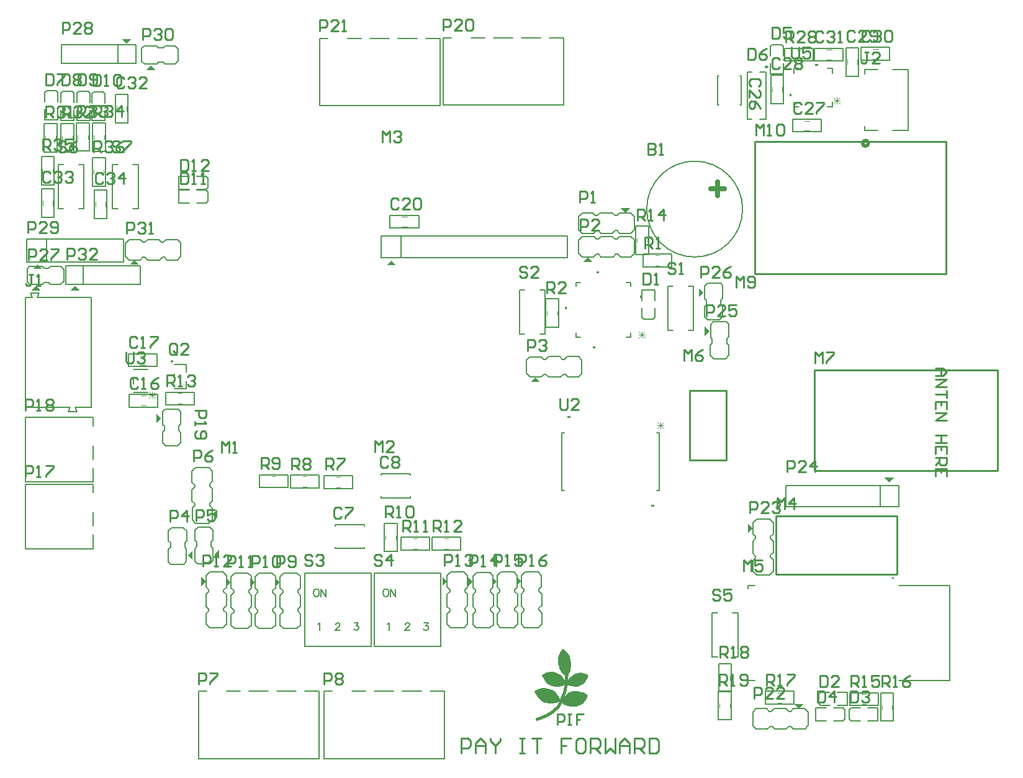
<source format=gto>
G04*
G04 #@! TF.GenerationSoftware,Altium Limited,Altium Designer,18.1.6 (161)*
G04*
G04 Layer_Color=65535*
%FSTAX24Y24*%
%MOIN*%
G70*
G01*
G75*
%ADD10C,0.0200*%
%ADD11C,0.0080*%
%ADD12C,0.0098*%
%ADD13C,0.0060*%
%ADD14C,0.0079*%
%ADD15C,0.0158*%
%ADD16C,0.0050*%
%ADD17C,0.0040*%
%ADD18C,0.0111*%
%ADD19C,0.0070*%
%ADD20C,0.0100*%
%ADD21C,0.0250*%
%ADD22C,0.0030*%
G36*
X00553Y038966D02*
X00528Y039216D01*
X00578D01*
X00553Y038966D01*
D02*
G37*
G36*
X042673Y037779D02*
X042523D01*
Y037879D01*
X042673D01*
Y037779D01*
D02*
G37*
G36*
X007084Y037556D02*
X006584D01*
X006834Y037806D01*
X007084Y037556D01*
D02*
G37*
G36*
X041237Y036145D02*
X041137D01*
Y036295D01*
X041237D01*
Y036145D01*
D02*
G37*
G36*
X032309Y029891D02*
X032059Y030141D01*
X032559D01*
X032309Y029891D01*
D02*
G37*
G36*
X030569Y027261D02*
X030069D01*
X030319Y027511D01*
X030569Y027261D01*
D02*
G37*
G36*
X006219Y027103D02*
X005719D01*
X005968Y027353D01*
X006219Y027103D01*
D02*
G37*
G36*
X020014Y027071D02*
X019514D01*
X019764Y027321D01*
X020014Y027071D01*
D02*
G37*
G36*
X001006Y026864D02*
X000506D01*
X000756Y027114D01*
X001006Y026864D01*
D02*
G37*
G36*
X030921Y026655D02*
X030771D01*
Y026755D01*
X030921D01*
Y026655D01*
D02*
G37*
G36*
X003024Y025725D02*
X002524D01*
X002774Y025975D01*
X003024Y025725D01*
D02*
G37*
G36*
X000933D02*
X000433D01*
X000683Y025975D01*
X000933Y025725D01*
D02*
G37*
G36*
X036517Y02561D02*
X036267Y02536D01*
Y02586D01*
X036517Y02561D01*
D02*
G37*
G36*
X033212Y025299D02*
X033112D01*
Y025449D01*
X033212D01*
Y025299D01*
D02*
G37*
G36*
X029172Y024708D02*
X029072D01*
Y024858D01*
X029172D01*
Y024708D01*
D02*
G37*
G36*
X036832Y023543D02*
X036582Y023293D01*
Y023793D01*
X036832Y023543D01*
D02*
G37*
G36*
X030725Y022615D02*
X030575D01*
Y022715D01*
X030725D01*
Y022615D01*
D02*
G37*
G36*
X027748Y020804D02*
X027248D01*
X027498Y021054D01*
X027748Y020804D01*
D02*
G37*
G36*
X02936Y01887D02*
X02921D01*
Y01897D01*
X02936D01*
Y01887D01*
D02*
G37*
G36*
X007398Y018858D02*
X007149Y018608D01*
Y019108D01*
X007398Y018858D01*
D02*
G37*
G36*
X046502Y015425D02*
X046252Y015675D01*
X046752D01*
X046502Y015425D01*
D02*
G37*
G36*
X03386Y0141D02*
X03371D01*
Y0142D01*
X03386D01*
Y0141D01*
D02*
G37*
G36*
X010416Y013474D02*
X010166Y013724D01*
X010416Y013974D01*
Y013474D01*
D02*
G37*
G36*
X039164Y012953D02*
X038914Y012703D01*
Y013203D01*
X039164Y012953D01*
D02*
G37*
G36*
X010495Y011299D02*
X010245Y011549D01*
X010495Y011799D01*
Y011299D01*
D02*
G37*
G36*
X009078Y01126D02*
X008828Y01151D01*
X009078Y01176D01*
Y01126D01*
D02*
G37*
G36*
X026723Y010118D02*
X026473Y009868D01*
Y010368D01*
X026723Y010118D01*
D02*
G37*
G36*
X025424Y010104D02*
X025174Y009854D01*
Y010354D01*
X025424Y010104D01*
D02*
G37*
G36*
X022747D02*
X022497Y009854D01*
Y010354D01*
X022747Y010104D01*
D02*
G37*
G36*
X009794D02*
X009544Y009854D01*
Y010354D01*
X009794Y010104D01*
D02*
G37*
G36*
X024125Y010094D02*
X023875Y009844D01*
Y010344D01*
X024125Y010094D01*
D02*
G37*
G36*
X013771Y010061D02*
X013521Y009811D01*
Y010311D01*
X013771Y010061D01*
D02*
G37*
G36*
X012432D02*
X012182Y009811D01*
Y010311D01*
X012432Y010061D01*
D02*
G37*
G36*
X011133Y010055D02*
X010883Y009805D01*
Y010305D01*
X011133Y010055D01*
D02*
G37*
G36*
X028927Y006471D02*
X028929Y006471D01*
X029Y006437D01*
X029Y006437D01*
X029001Y006437D01*
X029059Y006399D01*
X029059Y006399D01*
X02906Y006399D01*
X029139Y006328D01*
X029139Y006328D01*
X029139Y006328D01*
X029202Y00627D01*
X029202Y006269D01*
X029203Y006269D01*
X029265Y006185D01*
X029265Y006185D01*
X029265Y006185D01*
X029299Y006139D01*
X029299Y006139D01*
X029299Y006138D01*
X029328Y006071D01*
X029328Y006071D01*
X029328Y006071D01*
X029349Y006021D01*
X029349Y006021D01*
X02935Y00602D01*
X029375Y005908D01*
X029375Y005908D01*
X029375Y005908D01*
X029391Y005829D01*
X029391Y005828D01*
X029391Y005828D01*
X029404Y005741D01*
X029404Y00574D01*
X029404Y00574D01*
Y005648D01*
X029404Y005648D01*
X029404Y005648D01*
X029395Y005518D01*
X029395Y005518D01*
X029395Y005518D01*
X029387Y00541D01*
X029387Y00541D01*
X029387Y005409D01*
X029379Y005359D01*
X029379Y005359D01*
X029379Y005359D01*
X029362Y005272D01*
X029362Y005272D01*
X029362Y005271D01*
X029352Y005237D01*
X029351Y005237D01*
X029351Y005236D01*
X029323Y005172D01*
X029323Y005172D01*
X029323Y005171D01*
X029287Y005119D01*
X029286Y005119D01*
X029286Y005119D01*
X02923Y005055D01*
X02923Y005054D01*
X029229Y005054D01*
X029216Y005044D01*
X029216Y005011D01*
X029216Y00501D01*
X029216Y005009D01*
X029215Y005008D01*
X029215Y005006D01*
X029214Y005006D01*
X029213Y005005D01*
X029212Y005005D01*
X02921Y005004D01*
X029209Y005004D01*
X029208Y005004D01*
X029104Y005034D01*
X029103Y005034D01*
X029102Y005034D01*
X029048Y005068D01*
X029048Y005068D01*
X029048Y005068D01*
X028952Y005143D01*
X028951Y005144D01*
X028951Y005144D01*
X028867Y005253D01*
X028867Y005253D01*
X028867Y005253D01*
X028829Y00532D01*
X028829Y005321D01*
X028829Y005321D01*
X028791Y005421D01*
X028762Y005496D01*
X028762Y005496D01*
X028762Y005497D01*
X028741Y00558D01*
X028741Y00558D01*
X028741Y00558D01*
X028721Y005663D01*
X028721Y005664D01*
X02872Y005664D01*
X028716Y005739D01*
X028716Y00574D01*
X028716Y00574D01*
Y005898D01*
X028716Y005898D01*
X028716Y005899D01*
X028724Y005994D01*
X028724Y005994D01*
X028724Y005995D01*
X028737Y006107D01*
X028737Y006108D01*
X028737Y006109D01*
X028766Y006188D01*
X028766Y006188D01*
X028766Y006188D01*
X028796Y006263D01*
X028796Y006263D01*
X028796Y006264D01*
X028855Y00636D01*
X028855Y00636D01*
X028855Y00636D01*
X0289Y006426D01*
X028921Y006468D01*
X028923Y006469D01*
X028925Y006471D01*
X028925Y006471D01*
X028925Y006471D01*
X028927Y006471D01*
D02*
G37*
G36*
X028479Y00524D02*
X02848Y00524D01*
X02848Y00524D01*
X028572Y005215D01*
X028572Y005215D01*
X028572Y005215D01*
X028639Y005194D01*
X028639Y005194D01*
X02864Y005194D01*
X028711Y005156D01*
X028712Y005155D01*
X028773Y005123D01*
X028774Y005123D01*
X028774Y005123D01*
X028895Y005043D01*
X028896Y005042D01*
X028896Y005042D01*
X029013Y004892D01*
X029013Y004891D01*
X029014Y004891D01*
X029093Y004762D01*
X029093Y004762D01*
X029093Y004762D01*
X029118Y004721D01*
X029118Y004718D01*
X029118Y004716D01*
X029098Y004579D01*
X029097Y004578D01*
X029097Y004577D01*
X029096Y004576D01*
X029096Y004575D01*
X029095Y004575D01*
X029095Y004574D01*
X029095Y004574D01*
X029094Y004574D01*
X028927Y004495D01*
X028927Y004495D01*
X028926Y004494D01*
X028738Y004453D01*
X028738Y004453D01*
X028737Y004452D01*
X028592Y004448D01*
X028591Y004448D01*
X02859Y004448D01*
X028415Y004473D01*
X028415Y004473D01*
X028415Y004473D01*
X028302Y004507D01*
X028302Y004507D01*
X028301D01*
X028231Y004536D01*
X02823Y004537D01*
X028229Y004537D01*
X028179Y004574D01*
X028179Y004574D01*
X028179Y004575D01*
X0281Y004637D01*
X0281Y004638D01*
X028099Y004638D01*
X028037Y004705D01*
X028036Y004705D01*
X028036Y004706D01*
X027932Y004885D01*
X027931Y004885D01*
X027931Y004885D01*
X027881Y004989D01*
X027881Y00499D01*
X027881Y00499D01*
X027852Y00506D01*
X027852Y005062D01*
X027852Y005064D01*
X027852Y005065D01*
X027852Y005065D01*
X027853Y005067D01*
X027855Y005068D01*
X027963Y005139D01*
X027963Y005139D01*
X027963Y00514D01*
X028084Y005202D01*
X028085Y005202D01*
X028085Y005202D01*
X02816Y005227D01*
X02816Y005227D01*
X02816Y005227D01*
X028219Y005244D01*
X028219Y005244D01*
X02822Y005244D01*
X028295Y005253D01*
X028295Y005252D01*
X028296Y005253D01*
X028479Y00524D01*
D02*
G37*
G36*
X029926Y005199D02*
X029926Y0052D01*
X030026Y005183D01*
X030027Y005183D01*
X030027Y005183D01*
X030118Y005162D01*
X030119Y005161D01*
X03012Y005161D01*
X030186Y005132D01*
X030186Y005132D01*
X030186D01*
X030253Y005103D01*
X030253Y005103D01*
X030254Y005102D01*
X030337Y005044D01*
X030338Y005042D01*
X03034Y005041D01*
X03034Y00504D01*
X03034Y00504D01*
X03034Y005038D01*
X030339Y005036D01*
X030323Y005003D01*
X030298Y004941D01*
X030298Y004941D01*
X030298Y00494D01*
X03026Y004865D01*
X03026Y004865D01*
X03026Y004865D01*
X030214Y004774D01*
X030214Y004773D01*
X030214Y004773D01*
X030164Y00471D01*
X030164Y00471D01*
X030164Y00471D01*
X030114Y004651D01*
X030113Y004651D01*
X030113Y00465D01*
X030034Y004592D01*
X030033Y004592D01*
X030033Y004592D01*
X029917Y004517D01*
X029916Y004517D01*
X029915Y004516D01*
X029815Y004479D01*
X029815Y004479D01*
X029815Y004479D01*
X029761Y004462D01*
X02976Y004462D01*
X029759Y004462D01*
X029655Y004453D01*
X029655Y004454D01*
X029654Y004453D01*
X029458Y004474D01*
X029458Y004474D01*
X029458Y004474D01*
X02937Y004487D01*
X02937Y004487D01*
X02937Y004487D01*
X029307Y004504D01*
X029307Y004504D01*
X029307Y004504D01*
X029257Y00452D01*
X029256Y004521D01*
X029255Y004521D01*
X029185Y004563D01*
X029184Y004563D01*
X029184Y004564D01*
X029183Y004564D01*
X029183Y004564D01*
X029183Y004566D01*
X029182Y004567D01*
X029182Y004567D01*
X029182Y004568D01*
X029182Y004569D01*
X029182Y004569D01*
X029202Y004698D01*
X029203Y004699D01*
X029203Y0047D01*
X029274Y004838D01*
X029274Y004838D01*
X029274Y004838D01*
X029324Y004913D01*
X029325Y004914D01*
X029325Y004914D01*
X029395Y004984D01*
X029396Y004985D01*
X029396Y004985D01*
X029484Y005057D01*
X029484Y005057D01*
X029484Y005057D01*
X029494Y005063D01*
X029494Y005064D01*
X029495Y005064D01*
X029515Y005076D01*
X029515Y005076D01*
X029515Y005076D01*
X029536Y005088D01*
X029536Y005088D01*
X029536Y005088D01*
X029558Y005098D01*
X029558Y005098D01*
X029558Y005098D01*
X029569Y005103D01*
X029639Y005136D01*
X029639Y005136D01*
X02964Y005136D01*
X029731Y005174D01*
X029732Y005174D01*
X029732Y005174D01*
X029812Y005191D01*
X029812Y005191D01*
X029813Y005191D01*
X029925Y0052D01*
X029926Y005199D01*
D02*
G37*
G36*
X027962Y004374D02*
X027963Y004374D01*
X028134Y004362D01*
X028134Y004361D01*
X028135Y004361D01*
X028268Y004324D01*
X028268Y004324D01*
X028269Y004324D01*
X028448Y004249D01*
X028448Y004248D01*
X028449Y004248D01*
X028536Y004198D01*
X028537Y004198D01*
X028537Y004198D01*
X028587Y004152D01*
X028588Y004151D01*
X028588Y004151D01*
X02863Y004092D01*
X02863Y004092D01*
X02863Y004092D01*
X02868Y004017D01*
X02868Y004017D01*
X02868Y004017D01*
X028763Y003888D01*
X028763Y003888D01*
X028764Y003887D01*
X028789Y003837D01*
X028818Y003779D01*
X028818Y003778D01*
X028819Y003776D01*
Y00376D01*
X028818Y003758D01*
X028818Y003757D01*
X028769Y003634D01*
X028769Y003633D01*
X028769Y003633D01*
X028768Y003632D01*
X028768Y003632D01*
X028767Y003631D01*
X028766Y00363D01*
X028765Y00363D01*
X028765Y00363D01*
X028689Y003612D01*
X028635Y003595D01*
X028635Y003595D01*
X028634Y003595D01*
X028555Y003578D01*
X028555Y003578D01*
X028555Y003578D01*
X028447Y003557D01*
X028447Y003557D01*
X028447Y003557D01*
X028351Y003541D01*
X02835Y003541D01*
X02835Y00354D01*
X028258D01*
X028258Y003541D01*
X028257Y00354D01*
X028166Y003549D01*
X028165Y003549D01*
X028165Y003549D01*
X028094Y003566D01*
X028094Y003566D01*
X028094Y003566D01*
X027994Y003595D01*
X027993Y003596D01*
X027993Y003596D01*
X02788Y003658D01*
X02788Y003658D01*
X02788Y003658D01*
X027821Y003696D01*
X027821Y003696D01*
X02782Y003697D01*
X027703Y003817D01*
X027703Y003817D01*
X027703Y003817D01*
X027633Y003892D01*
X027633Y003893D01*
X027633Y003893D01*
X027587Y003947D01*
X027586Y003948D01*
X027586Y003948D01*
X027552Y00401D01*
X027486Y004127D01*
X027486Y004127D01*
X027486Y004127D01*
X027452Y00419D01*
X027452Y004192D01*
X027452Y004194D01*
X027452Y004194D01*
X027452Y004195D01*
X027453Y004196D01*
X027454Y004198D01*
X027571Y004277D01*
X027572Y004277D01*
X027572Y004278D01*
X027647Y004311D01*
X027648Y004311D01*
X027648Y004311D01*
X027744Y004341D01*
X027744Y004341D01*
X027744Y004341D01*
X027831Y004366D01*
X027832Y004366D01*
X027833Y004366D01*
X027962Y004374D01*
X027962Y004374D01*
D02*
G37*
G36*
X029702Y004225D02*
X029703Y004225D01*
X029782Y004217D01*
X029783Y004216D01*
X029783Y004216D01*
X029858Y004196D01*
X030008Y004158D01*
X030009Y004158D01*
X030009D01*
X030059Y004137D01*
X030059Y004137D01*
X03006Y004137D01*
X030172Y004079D01*
X030172Y004078D01*
X030173Y004078D01*
X030273Y004012D01*
X030273Y004011D01*
X030273Y004011D01*
X030315Y003978D01*
X030315Y003977D01*
X030317Y003975D01*
X030317Y003974D01*
X030317Y003974D01*
X030317Y003972D01*
X030317Y003971D01*
X030288Y003896D01*
X030287Y003895D01*
X030287Y003895D01*
X030241Y003807D01*
X030241Y003807D01*
X030241Y003807D01*
X030208Y003745D01*
X030208Y003745D01*
X030208Y003744D01*
X03012Y003619D01*
X03012Y003619D01*
X03012Y003618D01*
X030061Y00356D01*
X030061Y00356D01*
X03006Y003559D01*
X029994Y003513D01*
X029993Y003513D01*
X029993Y003513D01*
X029926Y003479D01*
X029926Y003479D01*
X029926Y003479D01*
X02983Y003434D01*
X02983Y003434D01*
X02983Y003434D01*
X029772Y003409D01*
X029771Y003409D01*
X02977Y003408D01*
X02967Y003392D01*
X02967Y003392D01*
X029669Y003391D01*
X029519Y003387D01*
X029519Y003387D01*
X029519Y003387D01*
X02936Y003395D01*
X02936Y003396D01*
X029359Y003396D01*
X029239Y003421D01*
X029239Y003421D01*
X029238Y003421D01*
X029138Y00345D01*
X029138Y00345D01*
X029137Y00345D01*
X029037Y003496D01*
X029037Y003496D01*
X029037Y003496D01*
X028962Y003542D01*
X028962Y003543D01*
X028961Y003543D01*
X028907Y003584D01*
X028907Y003585D01*
X028906Y003585D01*
X028906Y003586D01*
X028905Y003587D01*
X028905Y003588D01*
X028904Y003589D01*
X028904Y003589D01*
X028904Y00359D01*
X028905Y00359D01*
X028905Y003591D01*
X028984Y003841D01*
X028985Y003843D01*
X028986Y003845D01*
X029011Y003861D01*
X029102Y003969D01*
X029143Y004019D01*
X029144Y004019D01*
X029144Y004019D01*
X029207Y004073D01*
X029207Y004074D01*
X029207Y004074D01*
X029312Y004141D01*
X029312Y004141D01*
X029312Y004141D01*
X0294Y004183D01*
X0294Y004183D01*
X029401Y004183D01*
X029551Y004212D01*
X029552Y004212D01*
X029552Y004213D01*
X029702Y004225D01*
X029702Y004225D01*
D02*
G37*
G36*
X041654Y003277D02*
X041404Y003527D01*
X041904D01*
X041654Y003277D01*
D02*
G37*
D10*
X045367Y03362D02*
G03*
X045367Y03362I-00015J0D01*
G01*
D11*
X038617Y030089D02*
G03*
X038617Y030089I-002574J0D01*
G01*
D12*
X039949Y037731D02*
G03*
X039949Y037731I-000049J0D01*
G01*
D13*
X008025Y021902D02*
G03*
X008025Y021902I-00005J0D01*
G01*
X045167Y03757D02*
X045877D01*
X046662Y03432D02*
X047507D01*
X045167D02*
Y034547D01*
Y03432D02*
X045877D01*
X045167Y037343D02*
Y03757D01*
X046662D02*
X047507D01*
Y03432D02*
Y03757D01*
X038478Y035696D02*
X038553D01*
X037273D02*
X037349D01*
X037273D02*
Y037256D01*
X038478D02*
X038553D01*
Y035696D02*
Y037256D01*
X037273D02*
X037349D01*
X041367Y035579D02*
Y035853D01*
Y037649D02*
X04164D01*
X043437Y037376D02*
Y037649D01*
Y035579D02*
Y035853D01*
X041367Y035579D02*
X04164D01*
X041367Y037376D02*
Y037649D01*
X043163D02*
X043437D01*
X043163Y035579D02*
X043437D01*
X005924Y020246D02*
X006674D01*
X005924Y020708D02*
Y021024D01*
Y021486D02*
X006674D01*
X00875Y021343D02*
Y021742D01*
X0081Y020968D02*
Y021236D01*
Y020462D02*
X00875D01*
Y020861D01*
X0081Y021742D02*
X00875D01*
X034021Y01499D02*
X034145D01*
X028925D02*
Y01808D01*
Y01499D02*
X029049D01*
X034145D02*
Y01808D01*
X034021D02*
X034145D01*
X028925D02*
X029049D01*
X01674Y01188D02*
Y011955D01*
Y01316D02*
X0183D01*
X01674Y013084D02*
Y01316D01*
Y01188D02*
X0183D01*
Y011955D01*
Y013084D02*
Y01316D01*
X02078Y015801D02*
Y015876D01*
X01922Y014596D02*
X02078D01*
Y014672D01*
X01922Y015876D02*
X02078D01*
X01922Y015801D02*
Y015876D01*
Y014596D02*
Y014672D01*
X029672Y023215D02*
Y023436D01*
Y026155D02*
X029893D01*
X032612Y025934D02*
Y026155D01*
Y023215D02*
Y023436D01*
X029672Y023215D02*
X029893D01*
X029672Y025934D02*
Y026155D01*
X03239D02*
X032612D01*
X03239Y023215D02*
X032612D01*
X016763Y007785D02*
Y007804D01*
X016782Y007842D01*
X016801Y007861D01*
X016839Y00788D01*
X016915D01*
X016954Y007861D01*
X016973Y007842D01*
X016992Y007804D01*
Y007766D01*
X016973Y007728D01*
X016935Y007671D01*
X016744Y00748D01*
X017011D01*
X015799Y007804D02*
X015837Y007823D01*
X015894Y00788D01*
Y00748D01*
X015689Y009691D02*
X015651Y009672D01*
X015613Y009634D01*
X015594Y009596D01*
X015575Y009539D01*
Y009444D01*
X015594Y009387D01*
X015613Y009348D01*
X015651Y00931D01*
X015689Y009291D01*
X015765D01*
X015803Y00931D01*
X015841Y009348D01*
X01586Y009387D01*
X015879Y009444D01*
Y009539D01*
X01586Y009596D01*
X015841Y009634D01*
X015803Y009672D01*
X015765Y009691D01*
X015689D01*
X015973D02*
Y009291D01*
Y009691D02*
X016239Y009291D01*
Y009691D02*
Y009291D01*
X017782Y00788D02*
X017992D01*
X017877Y007728D01*
X017935D01*
X017973Y007709D01*
X017992Y00769D01*
X018011Y007633D01*
Y007595D01*
X017992Y007537D01*
X017954Y007499D01*
X017896Y00748D01*
X017839D01*
X017782Y007499D01*
X017763Y007518D01*
X017744Y007556D01*
X020503Y007785D02*
Y007804D01*
X020522Y007842D01*
X020541Y007861D01*
X020579Y00788D01*
X020656D01*
X020694Y007861D01*
X020713Y007842D01*
X020732Y007804D01*
Y007766D01*
X020713Y007728D01*
X020675Y007671D01*
X020484Y00748D01*
X020751D01*
X019539Y007804D02*
X019577Y007823D01*
X019635Y00788D01*
Y00748D01*
X019429Y009691D02*
X019391Y009672D01*
X019353Y009634D01*
X019334Y009596D01*
X019315Y009539D01*
Y009444D01*
X019334Y009387D01*
X019353Y009348D01*
X019391Y00931D01*
X019429Y009291D01*
X019505D01*
X019543Y00931D01*
X019582Y009348D01*
X019601Y009387D01*
X01962Y009444D01*
Y009539D01*
X019601Y009596D01*
X019582Y009634D01*
X019543Y009672D01*
X019505Y009691D01*
X019429D01*
X019713D02*
Y009291D01*
Y009691D02*
X01998Y009291D01*
Y009691D02*
Y009291D01*
X021522Y00788D02*
X021732D01*
X021618Y007728D01*
X021675D01*
X021713Y007709D01*
X021732Y00769D01*
X021751Y007633D01*
Y007595D01*
X021732Y007537D01*
X021694Y007499D01*
X021637Y00748D01*
X021579D01*
X021522Y007499D01*
X021503Y007518D01*
X021484Y007556D01*
D14*
X046732Y010276D02*
G03*
X046732Y010276I-000039J0D01*
G01*
X03955Y034911D02*
X03985D01*
X03954Y037451D02*
X03986D01*
X03889Y034921D02*
Y037451D01*
X03986Y034911D02*
Y037451D01*
X03889Y034921D02*
X039119D01*
X03889Y037451D02*
X039119D01*
X026746Y039291D02*
X027782D01*
X025246D02*
X026281D01*
X024045D02*
X024782D01*
X02253Y035669D02*
Y039291D01*
Y035669D02*
X028998D01*
Y039291D01*
X02253D02*
X022982D01*
X028246D02*
X028998D01*
X020118Y039252D02*
X021154D01*
X018618D02*
X019654D01*
X017417D02*
X018154D01*
X015902Y03563D02*
Y039252D01*
Y03563D02*
X02237D01*
Y039252D01*
X015902D02*
X016354D01*
X021618D02*
X02237D01*
X00373Y011848D02*
Y0126D01*
Y014864D02*
Y015317D01*
X000108Y011848D02*
X00373D01*
X000108D02*
Y015317D01*
X00373D01*
Y013065D02*
Y013801D01*
X003727Y015431D02*
Y016183D01*
Y018447D02*
Y0189D01*
X000105Y015431D02*
X003727D01*
X000105D02*
Y0189D01*
X003727D01*
Y016648D02*
Y017384D01*
X020352Y004203D02*
X021388D01*
X018852D02*
X019888D01*
X017652D02*
X018388D01*
X016136Y000581D02*
Y004203D01*
Y000581D02*
X022604D01*
Y004203D01*
X016136D02*
X016589D01*
X021852D02*
X022604D01*
X01361D02*
X014646D01*
X01211D02*
X013146D01*
X010909D02*
X011646D01*
X009394Y000581D02*
Y004203D01*
Y000581D02*
X015862D01*
Y004203D01*
X009394D02*
X009846D01*
X01511D02*
X015862D01*
X015094Y010551D02*
X018685D01*
X015094Y006614D02*
Y010551D01*
Y006614D02*
X018685D01*
Y010551D01*
X018835D02*
X022425D01*
X018835Y006614D02*
Y010551D01*
Y006614D02*
X022425D01*
Y010551D01*
X000093Y019449D02*
Y025354D01*
X003637Y019449D02*
Y025354D01*
X00279Y019449D02*
X003637D01*
X000093D02*
X002515D01*
X002416Y019213D02*
X002889D01*
X00279Y019449D02*
X002889Y019213D01*
X002416D02*
X002515Y019449D01*
X000743Y025354D02*
X000841Y025591D01*
X000369D02*
X000841D01*
X000369D02*
X000467Y025354D01*
X000093D02*
X000467D01*
X000743D02*
X003637D01*
X026634Y023386D02*
Y025748D01*
X026909D01*
X026634Y023386D02*
X026909D01*
X027736D02*
X028012D01*
X027736Y025748D02*
X028012D01*
Y023386D02*
Y025748D01*
X034596Y023583D02*
Y025945D01*
X034872D01*
X034596Y023583D02*
X034872D01*
X035699D02*
X035974D01*
X035699Y025945D02*
X035974D01*
Y023583D02*
Y025945D01*
X006161Y030118D02*
Y03248D01*
X005886Y030118D02*
X006161D01*
X005886Y03248D02*
X006161D01*
X004783D02*
X005059D01*
X004783Y030118D02*
X005059D01*
X004783D02*
Y03248D01*
X003248Y030118D02*
Y03248D01*
X002972Y030118D02*
X003248D01*
X002972Y03248D02*
X003248D01*
X00187D02*
X002146D01*
X00187Y030118D02*
X002146D01*
X00187D02*
Y03248D01*
X036988Y006063D02*
Y008425D01*
X037264D01*
X036988Y006063D02*
X037264D01*
X038091D02*
X038366D01*
X038091Y008425D02*
X038366D01*
Y006063D02*
Y008425D01*
D15*
X027561Y002712D02*
X027851Y002816D01*
X028074Y002917D01*
X028399Y003117D01*
X028516Y003213D01*
X02867Y003359D01*
X028741Y003451D01*
X02882Y003567D01*
X028891Y003738D01*
X029016Y004092D01*
X029028Y004146D01*
X029066Y004313D01*
X029103Y004484D01*
X029126Y004584D01*
X029134Y004688D01*
X029142Y004792D01*
X029147Y004884D01*
X029159Y005225D01*
D16*
X031019Y027521D02*
X031669D01*
X031819Y027671D01*
X029819Y027721D02*
Y028421D01*
Y027721D02*
X030019Y027521D01*
X030619D01*
X030769Y027671D01*
X030869D01*
X031019Y027521D01*
X031819Y027671D02*
X031919D01*
X032069Y027521D01*
X032619D01*
X032809Y027711D01*
Y028431D01*
X032619Y028621D02*
X032809Y028431D01*
X032019Y028621D02*
X032619D01*
X031869Y028471D02*
X032019Y028621D01*
X031769Y028471D02*
X031869D01*
X031619Y028621D02*
X031769Y028471D01*
X031019Y028621D02*
X031619D01*
X030869Y028471D02*
X031019Y028621D01*
X030769Y028471D02*
X030869D01*
X030629Y028611D02*
X030769Y028471D01*
X030009Y028611D02*
X030629D01*
X029819Y028421D02*
X030009Y028611D01*
X007469Y018528D02*
X007559Y018438D01*
X007469Y018528D02*
Y019198D01*
X007459Y018098D02*
X007559Y018198D01*
Y018438D01*
X007469Y018528D02*
Y018558D01*
X008328Y018198D02*
X008439Y018088D01*
X008328Y018198D02*
Y018438D01*
X008439Y018548D01*
X007618Y019348D02*
X008309D01*
X007469Y019198D02*
X007618Y019348D01*
X007459Y017558D02*
Y018098D01*
Y017558D02*
X007638Y017378D01*
X008268D01*
X008439Y017548D01*
Y018088D01*
Y018548D02*
Y019218D01*
X008309Y019348D02*
X008439Y019218D01*
X001117Y03316D02*
Y03468D01*
Y03316D02*
X001797D01*
Y03468D01*
X001117D02*
X001797D01*
X002022Y03316D02*
Y03468D01*
Y03316D02*
X002702D01*
Y03468D01*
X002022D02*
X002702D01*
X002849Y033199D02*
Y034719D01*
Y033199D02*
X003529D01*
Y034719D01*
X002849D02*
X003529D01*
X003715Y033194D02*
Y034714D01*
Y033194D02*
X004395D01*
Y034714D01*
X003715D02*
X004395D01*
X044178Y037215D02*
X044848D01*
X044178D02*
Y038755D01*
X044848D01*
Y037215D02*
Y038755D01*
X040142Y035743D02*
X040812D01*
X040142D02*
Y037283D01*
X040812D01*
Y035743D02*
Y037283D01*
X04284Y034237D02*
Y034907D01*
X0413Y034237D02*
X04284D01*
X0413D02*
Y034907D01*
X04284D01*
X042475Y038046D02*
Y038716D01*
X044015D01*
Y038046D02*
Y038716D01*
X042475Y038046D02*
X044015D01*
X046525Y038095D02*
Y038765D01*
X044985Y038095D02*
X046525D01*
X044985D02*
Y038765D01*
X046525D01*
X040822Y03831D02*
Y03881D01*
Y03736D02*
Y03791D01*
X040122Y03831D02*
Y03881D01*
Y03736D02*
Y03791D01*
X040222Y03891D02*
X040722D01*
X040822Y03881D01*
X040122D02*
X040222Y03891D01*
X040122Y03736D02*
X040822D01*
X042397Y038046D02*
Y038726D01*
X040877Y038046D02*
X042397D01*
X040877D02*
Y038726D01*
X042397D01*
X021226Y029079D02*
Y029749D01*
X019686Y029079D02*
X021226D01*
X019686D02*
Y029749D01*
X021226D01*
X037742Y024033D02*
X037872Y023903D01*
Y023233D02*
Y023903D01*
Y022233D02*
Y022773D01*
X037702Y022063D02*
X037872Y022233D01*
X037072Y022063D02*
X037702D01*
X036892Y022243D02*
X037072Y022063D01*
X036892Y022243D02*
Y022783D01*
X036902Y023883D02*
X037052Y024033D01*
X037742D01*
X037762Y023123D02*
X037872Y023233D01*
X037762Y022883D02*
Y023123D01*
Y022883D02*
X037872Y022773D01*
X036902Y023213D02*
Y023243D01*
X036992Y022883D02*
Y023123D01*
X036892Y022783D02*
X036992Y022883D01*
X036902Y023213D02*
Y023883D01*
Y023213D02*
X036992Y023123D01*
X037427Y0261D02*
X037557Y02597D01*
Y0253D02*
Y02597D01*
Y0243D02*
Y02484D01*
X037387Y02413D02*
X037557Y0243D01*
X036757Y02413D02*
X037387D01*
X036577Y02431D02*
X036757Y02413D01*
X036577Y02431D02*
Y02485D01*
X036587Y02595D02*
X036737Y0261D01*
X037427D01*
X037447Y02519D02*
X037557Y0253D01*
X037447Y02495D02*
Y02519D01*
Y02495D02*
X037557Y02484D01*
X036587Y02528D02*
Y02531D01*
X036677Y02495D02*
Y02519D01*
X036577Y02485D02*
X036677Y02495D01*
X036587Y02528D02*
Y02595D01*
Y02528D02*
X036677Y02519D01*
X007649Y019581D02*
Y020261D01*
X009168D01*
Y019581D02*
Y020261D01*
X007649Y019581D02*
X009168D01*
X005664Y019463D02*
Y020133D01*
X007204D01*
Y019463D02*
Y020133D01*
X005664Y019463D02*
X007204D01*
X00717Y021639D02*
Y022308D01*
X00563Y021639D02*
X00717D01*
X00563D02*
Y022308D01*
X00717D01*
X032888Y027648D02*
X033568D01*
X032888D02*
Y029168D01*
X033568D01*
Y027648D02*
Y029168D01*
X007788Y01115D02*
X007918Y01102D01*
X007788Y01115D02*
Y01182D01*
Y01228D02*
Y01282D01*
X007958Y01299D01*
X008588D01*
X008768Y01281D01*
Y01227D02*
Y01281D01*
X008608Y01102D02*
X008758Y01117D01*
X007918Y01102D02*
X008608D01*
X007788Y01182D02*
X007898Y01193D01*
Y01217D01*
X007788Y01228D02*
X007898Y01217D01*
X008758Y01181D02*
Y01184D01*
X008668Y01193D02*
Y01217D01*
X008768Y01227D01*
X008758Y01117D02*
Y01184D01*
X008668Y01193D02*
X008758Y01184D01*
X009205Y011189D02*
X009335Y011059D01*
X009205Y011189D02*
Y011859D01*
Y012319D02*
Y012859D01*
X009375Y013029D01*
X010005D01*
X010185Y012849D01*
Y012309D02*
Y012849D01*
X010025Y011059D02*
X010175Y011209D01*
X009335Y011059D02*
X010025D01*
X009205Y011859D02*
X009315Y011969D01*
Y012209D01*
X009205Y012319D02*
X009315Y012209D01*
X010175Y011849D02*
Y011879D01*
X010085Y011969D02*
Y012209D01*
X010185Y012309D01*
X010175Y011209D02*
Y011879D01*
X010085Y011969D02*
X010175Y011879D01*
X009066Y013414D02*
X009256Y013224D01*
X009066Y013414D02*
Y014034D01*
X009206Y014174D01*
Y014274D01*
X009056Y014424D02*
X009206Y014274D01*
X009056Y014424D02*
Y015024D01*
X009206Y015174D01*
Y015274D01*
X009056Y015424D02*
X009206Y015274D01*
X009056Y015424D02*
Y016024D01*
X009246Y016214D01*
X009966D01*
X010156Y016024D01*
Y015474D02*
Y016024D01*
X010006Y015324D02*
X010156Y015474D01*
X010006Y015224D02*
Y015324D01*
Y014274D02*
X010156Y014424D01*
X010006Y014174D02*
Y014274D01*
Y014174D02*
X010156Y014024D01*
Y013424D02*
Y014024D01*
X009956Y013224D02*
X010156Y013424D01*
X009256Y013224D02*
X009956D01*
X010006Y015224D02*
X010156Y015074D01*
Y014424D02*
Y015074D01*
X014202Y015132D02*
Y015812D01*
X012682Y015132D02*
X014202D01*
X012682D02*
Y015812D01*
X014202D01*
X015861Y015122D02*
Y015802D01*
X014341Y015122D02*
X015861D01*
X014341D02*
Y015802D01*
X015861D01*
X017672Y015093D02*
Y015773D01*
X016152Y015093D02*
X017672D01*
X016152D02*
Y015773D01*
X017672D01*
X013342Y010561D02*
X013532Y010371D01*
Y009751D02*
Y010371D01*
X013392Y009611D02*
X013532Y009751D01*
X013392Y009511D02*
Y009611D01*
Y009511D02*
X013542Y009361D01*
Y008761D02*
Y009361D01*
X013392Y008611D02*
X013542Y008761D01*
X013392Y008511D02*
Y008611D01*
Y008511D02*
X013542Y008361D01*
Y007761D02*
Y008361D01*
X013352Y007571D02*
X013542Y007761D01*
X012632Y007571D02*
X013352D01*
X012442Y007761D02*
X012632Y007571D01*
X012442Y007761D02*
Y008311D01*
X012592Y008461D01*
Y008561D01*
X012442Y009361D02*
X012592Y009511D01*
Y009611D01*
X012442Y009761D02*
X012592Y009611D01*
X012442Y009761D02*
Y010361D01*
X012642Y010561D01*
X013342D01*
X012442Y008711D02*
X012592Y008561D01*
X012442Y008711D02*
Y009361D01*
X014681Y010561D02*
X014871Y010371D01*
Y009751D02*
Y010371D01*
X014731Y009611D02*
X014871Y009751D01*
X014731Y009511D02*
Y009611D01*
Y009511D02*
X014881Y009361D01*
Y008761D02*
Y009361D01*
X014731Y008611D02*
X014881Y008761D01*
X014731Y008511D02*
Y008611D01*
Y008511D02*
X014881Y008361D01*
Y007761D02*
Y008361D01*
X014691Y007571D02*
X014881Y007761D01*
X013971Y007571D02*
X014691D01*
X013781Y007761D02*
X013971Y007571D01*
X013781Y007761D02*
Y008311D01*
X013931Y008461D01*
Y008561D01*
X013781Y009361D02*
X013931Y009511D01*
Y009611D01*
X013781Y009761D02*
X013931Y009611D01*
X013781Y009761D02*
Y010361D01*
X013981Y010561D01*
X014681D01*
X013781Y008711D02*
X013931Y008561D01*
X013781Y008711D02*
Y009361D01*
X02194Y011786D02*
Y012466D01*
X02346D01*
Y011786D02*
Y012466D01*
X02194Y011786D02*
X02346D01*
X020286D02*
Y012466D01*
X021806D01*
Y011786D02*
Y012466D01*
X020286Y011786D02*
X021806D01*
X019384Y011698D02*
X020064D01*
X019384D02*
Y013218D01*
X020064D01*
Y011698D02*
Y013218D01*
X010704Y010604D02*
X010894Y010414D01*
Y009794D02*
Y010414D01*
X010754Y009654D02*
X010894Y009794D01*
X010754Y009554D02*
Y009654D01*
Y009554D02*
X010904Y009404D01*
Y008804D02*
Y009404D01*
X010754Y008654D02*
X010904Y008804D01*
X010754Y008554D02*
Y008654D01*
Y008554D02*
X010904Y008404D01*
Y007804D02*
Y008404D01*
X010714Y007614D02*
X010904Y007804D01*
X009994Y007614D02*
X010714D01*
X009804Y007804D02*
X009994Y007614D01*
X009804Y007804D02*
Y008354D01*
X009954Y008504D01*
Y008604D01*
X009804Y009404D02*
X009954Y009554D01*
Y009654D01*
X009804Y009804D02*
X009954Y009654D01*
X009804Y009804D02*
Y010404D01*
X010004Y010604D01*
X010704D01*
X009804Y008754D02*
X009954Y008604D01*
X009804Y008754D02*
Y009404D01*
X012043Y010555D02*
X012233Y010365D01*
Y009745D02*
Y010365D01*
X012093Y009605D02*
X012233Y009745D01*
X012093Y009505D02*
Y009605D01*
Y009505D02*
X012243Y009355D01*
Y008755D02*
Y009355D01*
X012093Y008605D02*
X012243Y008755D01*
X012093Y008505D02*
Y008605D01*
Y008505D02*
X012243Y008355D01*
Y007755D02*
Y008355D01*
X012053Y007565D02*
X012243Y007755D01*
X011333Y007565D02*
X012053D01*
X011143Y007755D02*
X011333Y007565D01*
X011143Y007755D02*
Y008305D01*
X011293Y008455D01*
Y008555D01*
X011143Y009355D02*
X011293Y009505D01*
Y009605D01*
X011143Y009755D02*
X011293Y009605D01*
X011143Y009755D02*
Y010355D01*
X011343Y010555D01*
X012043D01*
X011143Y008705D02*
X011293Y008555D01*
X011143Y008705D02*
Y009355D01*
X025035Y010594D02*
X025225Y010404D01*
Y009784D02*
Y010404D01*
X025085Y009644D02*
X025225Y009784D01*
X025085Y009544D02*
Y009644D01*
Y009544D02*
X025235Y009394D01*
Y008794D02*
Y009394D01*
X025085Y008644D02*
X025235Y008794D01*
X025085Y008544D02*
Y008644D01*
Y008544D02*
X025235Y008394D01*
Y007794D02*
Y008394D01*
X025045Y007604D02*
X025235Y007794D01*
X024325Y007604D02*
X025045D01*
X024135Y007794D02*
X024325Y007604D01*
X024135Y007794D02*
Y008344D01*
X024285Y008494D01*
Y008594D01*
X024135Y009394D02*
X024285Y009544D01*
Y009644D01*
X024135Y009794D02*
X024285Y009644D01*
X024135Y009794D02*
Y010394D01*
X024335Y010594D01*
X025035D01*
X024135Y008744D02*
X024285Y008594D01*
X024135Y008744D02*
Y009394D01*
X023657Y010604D02*
X023847Y010414D01*
Y009794D02*
Y010414D01*
X023707Y009654D02*
X023847Y009794D01*
X023707Y009554D02*
Y009654D01*
Y009554D02*
X023857Y009404D01*
Y008804D02*
Y009404D01*
X023707Y008654D02*
X023857Y008804D01*
X023707Y008554D02*
Y008654D01*
Y008554D02*
X023857Y008404D01*
Y007804D02*
Y008404D01*
X023667Y007614D02*
X023857Y007804D01*
X022947Y007614D02*
X023667D01*
X022757Y007804D02*
X022947Y007614D01*
X022757Y007804D02*
Y008354D01*
X022907Y008504D01*
Y008604D01*
X022757Y009404D02*
X022907Y009554D01*
Y009654D01*
X022757Y009804D02*
X022907Y009654D01*
X022757Y009804D02*
Y010404D01*
X022957Y010604D01*
X023657D01*
X022757Y008754D02*
X022907Y008604D01*
X022757Y008754D02*
Y009404D01*
X027633Y010618D02*
X027823Y010428D01*
Y009808D02*
Y010428D01*
X027683Y009668D02*
X027823Y009808D01*
X027683Y009568D02*
Y009668D01*
Y009568D02*
X027833Y009418D01*
Y008818D02*
Y009418D01*
X027683Y008668D02*
X027833Y008818D01*
X027683Y008568D02*
Y008668D01*
Y008568D02*
X027833Y008418D01*
Y007818D02*
Y008418D01*
X027643Y007628D02*
X027833Y007818D01*
X026923Y007628D02*
X027643D01*
X026733Y007818D02*
X026923Y007628D01*
X026733Y007818D02*
Y008368D01*
X026883Y008518D01*
Y008618D01*
X026733Y009418D02*
X026883Y009568D01*
Y009668D01*
X026733Y009818D02*
X026883Y009668D01*
X026733Y009818D02*
Y010418D01*
X026933Y010618D01*
X027633D01*
X026733Y008768D02*
X026883Y008618D01*
X026733Y008768D02*
Y009418D01*
X026334Y010604D02*
X026524Y010414D01*
Y009794D02*
Y010414D01*
X026384Y009654D02*
X026524Y009794D01*
X026384Y009554D02*
Y009654D01*
Y009554D02*
X026534Y009404D01*
Y008804D02*
Y009404D01*
X026384Y008654D02*
X026534Y008804D01*
X026384Y008554D02*
Y008654D01*
Y008554D02*
X026534Y008404D01*
Y007804D02*
Y008404D01*
X026344Y007614D02*
X026534Y007804D01*
X025624Y007614D02*
X026344D01*
X025434Y007804D02*
X025624Y007614D01*
X025434Y007804D02*
Y008354D01*
X025584Y008504D01*
Y008604D01*
X025434Y009404D02*
X025584Y009554D01*
Y009654D01*
X025434Y009804D02*
X025584Y009654D01*
X025434Y009804D02*
Y010404D01*
X025634Y010604D01*
X026334D01*
X025434Y008754D02*
X025584Y008604D01*
X025434Y008754D02*
Y009404D01*
X028046Y025265D02*
X028726D01*
Y023745D02*
Y025265D01*
X028046Y023745D02*
X028726D01*
X028046D02*
Y025265D01*
X034808Y026993D02*
Y027673D01*
X033288Y026993D02*
X034808D01*
X033288D02*
Y027673D01*
X034808D01*
X032619Y028791D02*
X032809Y028981D01*
X031999Y028791D02*
X032619D01*
X031859Y028931D02*
X031999Y028791D01*
X031759Y028931D02*
X031859D01*
X031609Y028781D02*
X031759Y028931D01*
X031009Y028781D02*
X031609D01*
X030859Y028931D02*
X031009Y028781D01*
X030759Y028931D02*
X030859D01*
X030609Y028781D02*
X030759Y028931D01*
X030009Y028781D02*
X030609D01*
X029819Y028971D02*
X030009Y028781D01*
X029819Y028971D02*
Y029691D01*
X030009Y029881D01*
X030559D01*
X030709Y029731D01*
X030809D01*
X031609Y029881D02*
X031759Y029731D01*
X031859D01*
X032009Y029881D01*
X032609D01*
X032809Y029681D01*
Y028981D02*
Y029681D01*
X030809Y029731D02*
X030959Y029881D01*
X031609D01*
X026998Y021964D02*
X027188Y022154D01*
X027808D01*
X027948Y022014D01*
X028048D01*
X028198Y022164D01*
X028798D01*
X028948Y022014D01*
X029048D01*
X029198Y022164D01*
X029798D01*
X029988Y021974D01*
Y021254D02*
Y021974D01*
X029798Y021064D02*
X029988Y021254D01*
X029248Y021064D02*
X029798D01*
X029098Y021214D02*
X029248Y021064D01*
X028998Y021214D02*
X029098D01*
X028048D02*
X028198Y021064D01*
X027948Y021214D02*
X028048D01*
X027798Y021064D02*
X027948Y021214D01*
X027198Y021064D02*
X027798D01*
X026998Y021264D02*
X027198Y021064D01*
X026998Y021264D02*
Y021964D01*
X028848Y021064D02*
X028998Y021214D01*
X028198Y021064D02*
X028848D01*
X033206Y02428D02*
Y02478D01*
Y02518D02*
Y02573D01*
X033906Y02428D02*
Y02478D01*
Y02518D02*
Y02573D01*
X033306Y02418D02*
X033806D01*
X033206Y02428D02*
X033306Y02418D01*
X033806D02*
X033906Y02428D01*
X033206Y02573D02*
X033906D01*
X000193Y026885D02*
X000323Y027015D01*
X000993D01*
X001453D02*
X001993D01*
X002163Y026845D01*
Y026215D02*
Y026845D01*
X001983Y026035D02*
X002163Y026215D01*
X001443Y026035D02*
X001983D01*
X000193Y026195D02*
X000343Y026045D01*
X000193Y026195D02*
Y026885D01*
X000993Y027015D02*
X001103Y026905D01*
X001343D01*
X001453Y027015D01*
X000983Y026045D02*
X001013D01*
X001103Y026135D02*
X001343D01*
X001443Y026035D01*
X000343Y026045D02*
X001013D01*
X001103Y026135D01*
X001846Y03583D02*
Y03633D01*
Y03488D02*
Y03543D01*
X001146Y03583D02*
Y03633D01*
Y03488D02*
Y03543D01*
X001246Y03643D02*
X001746D01*
X001846Y03633D01*
X001146D02*
X001246Y03643D01*
X001146Y03488D02*
X001846D01*
X002712Y03581D02*
Y03631D01*
Y03486D02*
Y03541D01*
X002012Y03581D02*
Y03631D01*
Y03486D02*
Y03541D01*
X002112Y03641D02*
X002612D01*
X002712Y03631D01*
X002012D02*
X002112Y03641D01*
X002012Y03486D02*
X002712D01*
X003578Y03581D02*
Y03631D01*
Y03486D02*
Y03541D01*
X002878Y03581D02*
Y03631D01*
Y03486D02*
Y03541D01*
X002978Y03641D02*
X003478D01*
X003578Y03631D01*
X002878D02*
X002978Y03641D01*
X002878Y03486D02*
X003578D01*
X004366Y035791D02*
Y036291D01*
Y034841D02*
Y035391D01*
X003666Y035791D02*
Y036291D01*
Y034841D02*
Y035391D01*
X003766Y036391D02*
X004266D01*
X004366Y036291D01*
X003666D02*
X003766Y036391D01*
X003666Y034841D02*
X004366D01*
X004936Y036259D02*
X005606D01*
Y034719D02*
Y036259D01*
X004936Y034719D02*
X005606D01*
X004936D02*
Y036259D01*
X005469Y028263D02*
X005659Y028453D01*
X006278D01*
X006418Y028313D01*
X006518D01*
X006668Y028463D01*
X007268D01*
X007419Y028313D01*
X007519D01*
X007668Y028463D01*
X008268D01*
X008458Y028273D01*
Y027553D02*
Y028273D01*
X008268Y027363D02*
X008458Y027553D01*
X007718Y027363D02*
X008268D01*
X007569Y027513D02*
X007718Y027363D01*
X007469Y027513D02*
X007569D01*
X006518D02*
X006668Y027363D01*
X006418Y027513D02*
X006518D01*
X006269Y027363D02*
X006418Y027513D01*
X005669Y027363D02*
X006269D01*
X005469Y027563D02*
X005669Y027363D01*
X005469Y027563D02*
Y028263D01*
X007319Y027363D02*
X007469Y027513D01*
X006668Y027363D02*
X007319D01*
X006344Y038716D02*
X006474Y038846D01*
X007144D01*
X007604D02*
X008144D01*
X008314Y038676D01*
Y038046D02*
Y038676D01*
X008134Y037866D02*
X008314Y038046D01*
X007594Y037866D02*
X008134D01*
X006344Y038026D02*
X006494Y037876D01*
X006344Y038026D02*
Y038716D01*
X007144Y038846D02*
X007254Y038736D01*
X007494D01*
X007604Y038846D01*
X007134Y037876D02*
X007164D01*
X007254Y037966D02*
X007494D01*
X007594Y037866D01*
X006494Y037876D02*
X007164D01*
X007254Y037966D01*
X003715Y03131D02*
X004395D01*
X003715D02*
Y03283D01*
X004395D01*
Y03131D02*
Y03283D01*
X000959Y031388D02*
X001639D01*
X000959D02*
Y032908D01*
X001639D01*
Y031388D02*
Y032908D01*
X003804Y029567D02*
X004474D01*
X003804D02*
Y031107D01*
X004474D01*
Y029567D02*
Y031107D01*
X000959Y031186D02*
X001629D01*
Y029646D02*
Y031186D01*
X000959Y029646D02*
X001629D01*
X000959D02*
Y031186D01*
X009304Y031136D02*
X009804D01*
X008354D02*
X008904D01*
X009304Y031836D02*
X009804D01*
X008354D02*
X008904D01*
X009904Y031236D02*
Y031736D01*
X009804Y031136D02*
X009904Y031236D01*
X009804Y031836D02*
X009904Y031736D01*
X008354Y031136D02*
Y031836D01*
X009304Y030428D02*
X009804D01*
X008354D02*
X008904D01*
X009304Y031128D02*
X009804D01*
X008354D02*
X008904D01*
X009904Y030528D02*
Y031028D01*
X009804Y030428D02*
X009904Y030528D01*
X009804Y031128D02*
X009904Y031028D01*
X008354Y030428D02*
Y031128D01*
X040074Y013453D02*
X040264Y013263D01*
Y012643D02*
Y013263D01*
X040124Y012503D02*
X040264Y012643D01*
X040124Y012403D02*
Y012503D01*
Y012403D02*
X040274Y012253D01*
Y011653D02*
Y012253D01*
X040124Y011503D02*
X040274Y011653D01*
X040124Y011403D02*
Y011503D01*
Y011403D02*
X040274Y011253D01*
Y010653D02*
Y011253D01*
X040084Y010463D02*
X040274Y010653D01*
X039364Y010463D02*
X040084D01*
X039174Y010653D02*
X039364Y010463D01*
X039174Y010653D02*
Y011203D01*
X039324Y011353D01*
Y011453D01*
X039174Y012253D02*
X039324Y012403D01*
Y012503D01*
X039174Y012653D02*
X039324Y012503D01*
X039174Y012653D02*
Y013253D01*
X039374Y013453D01*
X040074D01*
X039174Y011603D02*
X039324Y011453D01*
X039174Y011603D02*
Y012253D01*
X041964Y002177D02*
X042154Y002367D01*
X041344Y002177D02*
X041964D01*
X041204Y002317D02*
X041344Y002177D01*
X041104Y002317D02*
X041204D01*
X040954Y002167D02*
X041104Y002317D01*
X040354Y002167D02*
X040954D01*
X040204Y002317D02*
X040354Y002167D01*
X040104Y002317D02*
X040204D01*
X039954Y002167D02*
X040104Y002317D01*
X039354Y002167D02*
X039954D01*
X039164Y002357D02*
X039354Y002167D01*
X039164Y002357D02*
Y003077D01*
X039354Y003267D01*
X039904D01*
X040054Y003117D01*
X040154D01*
X040954Y003267D02*
X041104Y003117D01*
X041204D01*
X041354Y003267D01*
X041954D01*
X042154Y003067D01*
Y002367D02*
Y003067D01*
X040154Y003117D02*
X040304Y003267D01*
X040954D01*
X047013Y004764D02*
X049734D01*
Y009882D01*
X047013D02*
X049734D01*
X038917Y004764D02*
X039286D01*
X038917D02*
Y004936D01*
Y00971D02*
Y009882D01*
X039286D01*
X045895Y00344D02*
Y00412D01*
X044375Y00344D02*
X045895D01*
X044375D02*
Y00412D01*
X045895D01*
X046038Y004123D02*
X046718D01*
Y002603D02*
Y004123D01*
X046038Y002603D02*
X046718D01*
X046038D02*
Y004123D01*
X042804Y00413D02*
X043304D01*
X043704D02*
X044254D01*
X042804Y00343D02*
X043304D01*
X043704D02*
X044254D01*
X042704Y00353D02*
Y00403D01*
X042804Y00413D01*
X042704Y00353D02*
X042804Y00343D01*
X044254D02*
Y00413D01*
X044438Y003303D02*
X044938D01*
X045338D02*
X045888D01*
X044438Y002603D02*
X044938D01*
X045338D02*
X045888D01*
X044338Y002703D02*
Y003203D01*
X044438Y003303D01*
X044338Y002703D02*
X044438Y002603D01*
X045888D02*
Y003303D01*
X041373Y003518D02*
Y004198D01*
X039853Y003518D02*
X041373D01*
X039853D02*
Y004198D01*
X041373D01*
X037327Y005684D02*
X038007D01*
Y004164D02*
Y005684D01*
X037327Y004164D02*
X038007D01*
X037327D02*
Y005684D01*
X043507Y002603D02*
X044007D01*
X042557D02*
X043107D01*
X043507Y003303D02*
X044007D01*
X042557D02*
X043107D01*
X044107Y002703D02*
Y003203D01*
X044007Y002603D02*
X044107Y002703D01*
X044007Y003303D02*
X044107Y003203D01*
X042557Y002603D02*
Y003303D01*
X037317Y004198D02*
X037997D01*
Y002678D02*
Y004198D01*
X037317Y002678D02*
X037997D01*
X037317D02*
Y004198D01*
D17*
X001737Y03382D02*
Y03402D01*
X001187Y03382D02*
Y03402D01*
X002642Y03382D02*
Y03402D01*
X002092Y03382D02*
Y03402D01*
X003469Y033859D02*
Y034059D01*
X002919Y033859D02*
Y034059D01*
X004335Y033854D02*
Y034054D01*
X003785Y033854D02*
Y034054D01*
X044768Y037845D02*
Y038125D01*
X044242Y037845D02*
Y038135D01*
X040732Y036373D02*
Y036653D01*
X040207Y036373D02*
Y036663D01*
X04193Y034827D02*
X04221D01*
X04192Y034301D02*
X04221D01*
X043105Y038126D02*
X043385D01*
X043105Y038652D02*
X043395D01*
X045615Y038685D02*
X045895D01*
X045605Y038159D02*
X045895D01*
X041537Y038656D02*
X041737D01*
X041537Y038106D02*
X041737D01*
X020316Y029669D02*
X020596D01*
X020306Y029144D02*
X020596D01*
X008309Y019651D02*
X008508D01*
X008309Y020201D02*
X008508D01*
X006294Y019543D02*
X006574D01*
X006294Y020069D02*
X006584D01*
X00626Y022229D02*
X00654D01*
X00625Y021703D02*
X00654D01*
X033498Y028308D02*
Y028508D01*
X032948Y028308D02*
Y028508D01*
X013342Y015742D02*
X013542D01*
X013342Y015192D02*
X013542D01*
X015001Y015732D02*
X015201D01*
X015001Y015182D02*
X015201D01*
X016812Y015703D02*
X017012D01*
X016812Y015153D02*
X017012D01*
X0226Y011856D02*
X0228D01*
X0226Y012406D02*
X0228D01*
X020946Y011856D02*
X021146D01*
X020946Y012406D02*
X021146D01*
X019994Y012358D02*
Y012558D01*
X019444Y012358D02*
Y012558D01*
X028116Y024405D02*
Y024605D01*
X028666Y024405D02*
Y024605D01*
X033948Y027603D02*
X034148D01*
X033948Y027053D02*
X034148D01*
X005016Y035349D02*
Y035629D01*
X005541Y035339D02*
Y035629D01*
X004325Y03197D02*
Y03217D01*
X003775Y03197D02*
Y03217D01*
X001569Y032048D02*
Y032248D01*
X001019Y032048D02*
Y032248D01*
X004394Y030197D02*
Y030477D01*
X003868Y030197D02*
Y030487D01*
X001039Y030276D02*
Y030556D01*
X001565Y030266D02*
Y030556D01*
X045035Y00405D02*
X045235D01*
X045035Y0035D02*
X045235D01*
X046108Y003263D02*
Y003463D01*
X046658Y003263D02*
Y003463D01*
X040513Y004128D02*
X040713D01*
X040513Y003578D02*
X040713D01*
X037397Y004824D02*
Y005024D01*
X037947Y004824D02*
Y005024D01*
X037387Y003338D02*
Y003538D01*
X037937Y003338D02*
Y003538D01*
D18*
X035783Y016614D02*
Y020354D01*
Y016614D02*
X037752D01*
Y020354D01*
X035783D02*
X037752D01*
X049528Y026614D02*
Y033701D01*
X039291Y026614D02*
X049528D01*
X039291D02*
Y033701D01*
X049528D01*
X046921Y010472D02*
Y013622D01*
X040425Y010472D02*
X046921D01*
X040425D02*
Y013622D01*
X046921D01*
D19*
X020274Y027471D02*
Y028631D01*
X019204Y027471D02*
X029214D01*
X019204Y028641D02*
X029214D01*
Y027471D02*
Y028641D01*
X019204Y027471D02*
Y028641D01*
X046002Y014125D02*
Y015255D01*
X040952Y014105D02*
X047012D01*
X040952Y015255D02*
X047012D01*
Y014105D02*
Y015255D01*
X040952Y014105D02*
Y015255D01*
X00508Y037916D02*
Y038906D01*
X00203Y037906D02*
Y038906D01*
Y037906D02*
X00603D01*
Y038906D01*
X00203D02*
X00603D01*
X000186Y028474D02*
X005366D01*
X000186Y027254D02*
X005366D01*
X000186D02*
Y028474D01*
X005366Y027254D02*
Y028474D01*
X001246Y027274D02*
Y028454D01*
X003224Y026035D02*
Y027025D01*
X006274Y026035D02*
Y027035D01*
X002274D02*
X006274D01*
X002274Y026035D02*
Y027035D01*
Y026035D02*
X006274D01*
D20*
X05231Y016048D02*
Y021448D01*
X04246D02*
X05231D01*
X04246Y016048D02*
Y021448D01*
Y016048D02*
X05231D01*
X023495Y000887D02*
Y001675D01*
X023889D01*
X02402Y001543D01*
Y001281D01*
X023889Y00115D01*
X023495D01*
X024283Y000887D02*
Y001412D01*
X024545Y001675D01*
X024807Y001412D01*
Y000887D01*
Y001281D01*
X024283D01*
X02507Y001675D02*
Y001543D01*
X025332Y001281D01*
X025595Y001543D01*
Y001675D01*
X025332Y001281D02*
Y000887D01*
X026644Y001675D02*
X026906D01*
X026775D01*
Y000887D01*
X026644D01*
X026906D01*
X0273Y001675D02*
X027825D01*
X027562D01*
Y000887D01*
X029399Y001675D02*
X028874D01*
Y001281D01*
X029137D01*
X028874D01*
Y000887D01*
X030055Y001675D02*
X029793D01*
X029661Y001543D01*
Y001019D01*
X029793Y000887D01*
X030055D01*
X030186Y001019D01*
Y001543D01*
X030055Y001675D01*
X030449Y000887D02*
Y001675D01*
X030842D01*
X030973Y001543D01*
Y001281D01*
X030842Y00115D01*
X030449D01*
X030711D02*
X030973Y000887D01*
X031236Y001675D02*
Y000887D01*
X031498Y00115D01*
X031761Y000887D01*
Y001675D01*
X032023Y000887D02*
Y001412D01*
X032285Y001675D01*
X032548Y001412D01*
Y000887D01*
Y001281D01*
X032023D01*
X03281Y000887D02*
Y001675D01*
X033204D01*
X033335Y001543D01*
Y001281D01*
X033204Y00115D01*
X03281D01*
X033072D02*
X033335Y000887D01*
X033597Y001675D02*
Y000887D01*
X033991D01*
X034122Y001019D01*
Y001543D01*
X033991Y001675D01*
X033597D01*
X028666Y002407D02*
Y002969D01*
X028947D01*
X029041Y002875D01*
Y002688D01*
X028947Y002594D01*
X028666D01*
X029228Y002969D02*
X029415D01*
X029322D01*
Y002407D01*
X029228D01*
X029415D01*
X030072Y002969D02*
X029697D01*
Y002688D01*
X029884D01*
X029697D01*
Y002407D01*
X048972Y021535D02*
X049372D01*
X049572Y021335D01*
X049372Y021136D01*
X048972D01*
X049272D01*
Y021535D01*
X048972Y020936D02*
X049572D01*
X048972Y020536D01*
X049572D01*
Y020336D02*
Y019936D01*
Y020136D01*
X048972D01*
X049572Y019336D02*
Y019736D01*
X048972D01*
Y019336D01*
X049272Y019736D02*
Y019536D01*
X048972Y019136D02*
X049572D01*
X048972Y018736D01*
X049572D01*
Y017937D02*
X048972D01*
X049272D01*
Y017537D01*
X049572D01*
X048972D01*
X049572Y016937D02*
Y017337D01*
X048972D01*
Y016937D01*
X049272Y017337D02*
Y017137D01*
X048972Y016737D02*
X049572D01*
Y016437D01*
X049472Y016337D01*
X049272D01*
X049172Y016437D01*
Y016737D01*
Y016537D02*
X048972Y016337D01*
X049572Y015737D02*
Y016137D01*
X048972D01*
Y015737D01*
X049272Y016137D02*
Y015937D01*
X029893Y028946D02*
Y029546D01*
X030193D01*
X030293Y029446D01*
Y029246D01*
X030193Y029146D01*
X029893D01*
X030893Y028946D02*
X030493D01*
X030893Y029346D01*
Y029446D01*
X030793Y029546D01*
X030593D01*
X030493Y029446D01*
X041241Y038778D02*
Y038278D01*
X041341Y038178D01*
X041541D01*
X041641Y038278D01*
Y038778D01*
X042241D02*
X041841D01*
Y038478D01*
X042041Y038578D01*
X042141D01*
X042241Y038478D01*
Y038278D01*
X042141Y038178D01*
X041941D01*
X041841Y038278D01*
X005516Y022415D02*
Y021916D01*
X005616Y021816D01*
X005816D01*
X005916Y021916D01*
Y022415D01*
X006115Y022315D02*
X006215Y022415D01*
X006415D01*
X006515Y022315D01*
Y022215D01*
X006415Y022115D01*
X006315D01*
X006415D01*
X006515Y022016D01*
Y021916D01*
X006415Y021816D01*
X006215D01*
X006115Y021916D01*
X028822Y019919D02*
Y019419D01*
X028922Y019319D01*
X029122D01*
X029222Y019419D01*
Y019919D01*
X029822Y019319D02*
X029422D01*
X029822Y019719D01*
Y019819D01*
X029722Y019919D01*
X029522D01*
X029422Y019819D01*
X005191Y033649D02*
X005091Y033749D01*
X004891D01*
X004791Y033649D01*
Y033549D01*
X004891Y033449D01*
X005091D01*
X005191Y033349D01*
Y033249D01*
X005091Y033149D01*
X004891D01*
X004791Y033249D01*
X00539Y033749D02*
X00579D01*
Y033649D01*
X00539Y033249D01*
Y033149D01*
X002284Y033644D02*
X002184Y033744D01*
X001984D01*
X001884Y033644D01*
Y033544D01*
X001984Y033444D01*
X002184D01*
X002284Y033344D01*
Y033244D01*
X002184Y033144D01*
X001984D01*
X001884Y033244D01*
X002884Y033744D02*
X002684Y033644D01*
X002484Y033444D01*
Y033244D01*
X002584Y033144D01*
X002784D01*
X002884Y033244D01*
Y033344D01*
X002784Y033444D01*
X002484D01*
X037398Y009593D02*
X037298Y009693D01*
X037098D01*
X036998Y009593D01*
Y009493D01*
X037098Y009393D01*
X037298D01*
X037398Y009293D01*
Y009194D01*
X037298Y009094D01*
X037098D01*
X036998Y009194D01*
X037998Y009693D02*
X037598D01*
Y009393D01*
X037798Y009493D01*
X037898D01*
X037998Y009393D01*
Y009194D01*
X037898Y009094D01*
X037698D01*
X037598Y009194D01*
X019248Y011441D02*
X019148Y011541D01*
X018948D01*
X018848Y011441D01*
Y011341D01*
X018948Y011241D01*
X019148D01*
X019248Y011141D01*
Y011041D01*
X019148Y010941D01*
X018948D01*
X018848Y011041D01*
X019748Y010941D02*
Y011541D01*
X019448Y011241D01*
X019848D01*
X015506Y011439D02*
X015406Y011539D01*
X015206D01*
X015106Y011439D01*
Y011339D01*
X015206Y011239D01*
X015406D01*
X015506Y011139D01*
Y011039D01*
X015406Y010939D01*
X015206D01*
X015106Y011039D01*
X015706Y011439D02*
X015806Y011539D01*
X016006D01*
X016106Y011439D01*
Y011339D01*
X016006Y011239D01*
X015906D01*
X016006D01*
X016106Y011139D01*
Y011039D01*
X016006Y010939D01*
X015806D01*
X015706Y011039D01*
X027043Y026917D02*
X026943Y027017D01*
X026743D01*
X026643Y026917D01*
Y026817D01*
X026743Y026717D01*
X026943D01*
X027043Y026617D01*
Y026517D01*
X026943Y026417D01*
X026743D01*
X026643Y026517D01*
X027643Y026417D02*
X027243D01*
X027643Y026817D01*
Y026917D01*
X027543Y027017D01*
X027343D01*
X027243Y026917D01*
X03501Y027113D02*
X03491Y027213D01*
X03471D01*
X03461Y027113D01*
Y027013D01*
X03471Y026913D01*
X03491D01*
X03501Y026813D01*
Y026713D01*
X03491Y026613D01*
X03471D01*
X03461Y026713D01*
X03521Y026613D02*
X03541D01*
X03531D01*
Y027213D01*
X03521Y027113D01*
X003792Y033159D02*
Y033759D01*
X004092D01*
X004192Y033659D01*
Y033459D01*
X004092Y033359D01*
X003792D01*
X003992D02*
X004192Y033159D01*
X004392Y033659D02*
X004492Y033759D01*
X004692D01*
X004792Y033659D01*
Y033559D01*
X004692Y033459D01*
X004592D01*
X004692D01*
X004792Y033359D01*
Y033259D01*
X004692Y033159D01*
X004492D01*
X004392Y033259D01*
X005392Y033759D02*
X005192Y033659D01*
X004992Y033459D01*
Y033259D01*
X005092Y033159D01*
X005292D01*
X005392Y033259D01*
Y033359D01*
X005292Y033459D01*
X004992D01*
X001034Y033233D02*
Y033833D01*
X001334D01*
X001434Y033733D01*
Y033533D01*
X001334Y033433D01*
X001034D01*
X001234D02*
X001434Y033233D01*
X001634Y033733D02*
X001734Y033833D01*
X001934D01*
X002034Y033733D01*
Y033633D01*
X001934Y033533D01*
X001834D01*
X001934D01*
X002034Y033433D01*
Y033333D01*
X001934Y033233D01*
X001734D01*
X001634Y033333D01*
X002634Y033833D02*
X002234D01*
Y033533D01*
X002434Y033633D01*
X002534D01*
X002634Y033533D01*
Y033333D01*
X002534Y033233D01*
X002334D01*
X002234Y033333D01*
X003791Y035038D02*
Y035638D01*
X004091D01*
X004191Y035538D01*
Y035338D01*
X004091Y035238D01*
X003791D01*
X003991D02*
X004191Y035038D01*
X004391Y035538D02*
X00449Y035638D01*
X00469D01*
X00479Y035538D01*
Y035438D01*
X00469Y035338D01*
X00459D01*
X00469D01*
X00479Y035238D01*
Y035138D01*
X00469Y035038D01*
X00449D01*
X004391Y035138D01*
X00529Y035038D02*
Y035638D01*
X00499Y035338D01*
X00539D01*
X002924Y035047D02*
Y035647D01*
X003224D01*
X003324Y035547D01*
Y035347D01*
X003224Y035247D01*
X002924D01*
X003124D02*
X003324Y035047D01*
X003524Y035547D02*
X003624Y035647D01*
X003824D01*
X003924Y035547D01*
Y035447D01*
X003824Y035347D01*
X003724D01*
X003824D01*
X003924Y035247D01*
Y035147D01*
X003824Y035047D01*
X003624D01*
X003524Y035147D01*
X004124Y035547D02*
X004224Y035647D01*
X004424D01*
X004524Y035547D01*
Y035447D01*
X004424Y035347D01*
X004324D01*
X004424D01*
X004524Y035247D01*
Y035147D01*
X004424Y035047D01*
X004224D01*
X004124Y035147D01*
X002099Y035008D02*
Y035608D01*
X002398D01*
X002498Y035508D01*
Y035308D01*
X002398Y035208D01*
X002099D01*
X002298D02*
X002498Y035008D01*
X002698Y035508D02*
X002798Y035608D01*
X002998D01*
X003098Y035508D01*
Y035408D01*
X002998Y035308D01*
X002898D01*
X002998D01*
X003098Y035208D01*
Y035108D01*
X002998Y035008D01*
X002798D01*
X002698Y035108D01*
X003698Y035008D02*
X003298D01*
X003698Y035408D01*
Y035508D01*
X003598Y035608D01*
X003398D01*
X003298Y035508D01*
X001194Y035D02*
Y0356D01*
X001493D01*
X001593Y0355D01*
Y0353D01*
X001493Y0352D01*
X001194D01*
X001393D02*
X001593Y035D01*
X001793Y0355D02*
X001893Y0356D01*
X002093D01*
X002193Y0355D01*
Y0354D01*
X002093Y0353D01*
X001993D01*
X002093D01*
X002193Y0352D01*
Y0351D01*
X002093Y035D01*
X001893D01*
X001793Y0351D01*
X002393Y035D02*
X002593D01*
X002493D01*
Y0356D01*
X002393Y0355D01*
X040952Y039049D02*
Y039649D01*
X041252D01*
X041352Y039549D01*
Y039349D01*
X041252Y039249D01*
X040952D01*
X041152D02*
X041352Y039049D01*
X041952D02*
X041552D01*
X041952Y039449D01*
Y039549D01*
X041852Y039649D01*
X041652D01*
X041552Y039549D01*
X042152D02*
X042252Y039649D01*
X042452D01*
X042552Y039549D01*
Y039449D01*
X042452Y039349D01*
X042552Y039249D01*
Y039149D01*
X042452Y039049D01*
X042252D01*
X042152Y039149D01*
Y039249D01*
X042252Y039349D01*
X042152Y039449D01*
Y039549D01*
X042252Y039349D02*
X042452D01*
X037388Y004522D02*
Y005122D01*
X037688D01*
X037788Y005022D01*
Y004822D01*
X037688Y004722D01*
X037388D01*
X037588D02*
X037788Y004522D01*
X037988D02*
X038188D01*
X038088D01*
Y005122D01*
X037988Y005022D01*
X038488Y004622D02*
X038588Y004522D01*
X038788D01*
X038888Y004622D01*
Y005022D01*
X038788Y005122D01*
X038588D01*
X038488Y005022D01*
Y004922D01*
X038588Y004822D01*
X038888D01*
X037406Y006011D02*
Y006611D01*
X037706D01*
X037806Y006511D01*
Y006311D01*
X037706Y006211D01*
X037406D01*
X037606D02*
X037806Y006011D01*
X038006D02*
X038206D01*
X038106D01*
Y006611D01*
X038006Y006511D01*
X038506D02*
X038606Y006611D01*
X038806D01*
X038906Y006511D01*
Y006411D01*
X038806Y006311D01*
X038906Y006211D01*
Y006111D01*
X038806Y006011D01*
X038606D01*
X038506Y006111D01*
Y006211D01*
X038606Y006311D01*
X038506Y006411D01*
Y006511D01*
X038606Y006311D02*
X038806D01*
X039923Y00452D02*
Y00512D01*
X040223D01*
X040323Y00502D01*
Y00482D01*
X040223Y00472D01*
X039923D01*
X040123D02*
X040323Y00452D01*
X040523D02*
X040723D01*
X040623D01*
Y00512D01*
X040523Y00502D01*
X041023Y00512D02*
X041423D01*
Y00502D01*
X041023Y00462D01*
Y00452D01*
X046114Y004453D02*
Y005052D01*
X046414D01*
X046514Y004952D01*
Y004752D01*
X046414Y004652D01*
X046114D01*
X046314D02*
X046514Y004453D01*
X046714D02*
X046914D01*
X046814D01*
Y005052D01*
X046714Y004952D01*
X047614Y005052D02*
X047414Y004952D01*
X047214Y004752D01*
Y004552D01*
X047314Y004453D01*
X047514D01*
X047614Y004552D01*
Y004652D01*
X047514Y004752D01*
X047214D01*
X044454Y004446D02*
Y005046D01*
X044754D01*
X044854Y004946D01*
Y004746D01*
X044754Y004646D01*
X044454D01*
X044654D02*
X044854Y004446D01*
X045054D02*
X045253D01*
X045153D01*
Y005046D01*
X045054Y004946D01*
X045953Y005046D02*
X045553D01*
Y004746D01*
X045753Y004846D01*
X045853D01*
X045953Y004746D01*
Y004546D01*
X045853Y004446D01*
X045653D01*
X045553Y004546D01*
X032963Y029496D02*
Y030095D01*
X033263D01*
X033363Y029996D01*
Y029796D01*
X033263Y029696D01*
X032963D01*
X033163D02*
X033363Y029496D01*
X033563D02*
X033763D01*
X033663D01*
Y030095D01*
X033563Y029996D01*
X034363Y029496D02*
Y030095D01*
X034063Y029796D01*
X034463D01*
X007725Y020586D02*
Y021185D01*
X008025D01*
X008125Y021085D01*
Y020885D01*
X008025Y020785D01*
X007725D01*
X007925D02*
X008125Y020586D01*
X008325D02*
X008525D01*
X008425D01*
Y021185D01*
X008325Y021085D01*
X008825D02*
X008925Y021185D01*
X009125D01*
X009225Y021085D01*
Y020985D01*
X009125Y020885D01*
X009025D01*
X009125D01*
X009225Y020785D01*
Y020685D01*
X009125Y020586D01*
X008925D01*
X008825Y020685D01*
X022015Y012791D02*
Y013391D01*
X022315D01*
X022414Y013291D01*
Y013091D01*
X022315Y012991D01*
X022015D01*
X022215D02*
X022414Y012791D01*
X022614D02*
X022814D01*
X022714D01*
Y013391D01*
X022614Y013291D01*
X023514Y012791D02*
X023114D01*
X023514Y013191D01*
Y013291D01*
X023414Y013391D01*
X023214D01*
X023114Y013291D01*
X020361Y012791D02*
Y013391D01*
X020661D01*
X020761Y013291D01*
Y013091D01*
X020661Y012991D01*
X020361D01*
X020561D02*
X020761Y012791D01*
X020961D02*
X021161D01*
X021061D01*
Y013391D01*
X020961Y013291D01*
X021461Y012791D02*
X021661D01*
X021561D01*
Y013391D01*
X021461Y013291D01*
X019458Y013541D02*
Y014141D01*
X019758D01*
X019858Y014041D01*
Y013841D01*
X019758Y013741D01*
X019458D01*
X019658D02*
X019858Y013541D01*
X020058D02*
X020258D01*
X020158D01*
Y014141D01*
X020058Y014041D01*
X020558D02*
X020658Y014141D01*
X020858D01*
X020958Y014041D01*
Y013641D01*
X020858Y013541D01*
X020658D01*
X020558Y013641D01*
Y014041D01*
X012759Y016141D02*
Y016741D01*
X013059D01*
X013159Y016641D01*
Y016441D01*
X013059Y016341D01*
X012759D01*
X012959D02*
X013159Y016141D01*
X013358Y016241D02*
X013458Y016141D01*
X013658D01*
X013758Y016241D01*
Y016641D01*
X013658Y016741D01*
X013458D01*
X013358Y016641D01*
Y016541D01*
X013458Y016441D01*
X013758D01*
X014417Y016127D02*
Y016727D01*
X014717D01*
X014817Y016627D01*
Y016427D01*
X014717Y016327D01*
X014417D01*
X014617D02*
X014817Y016127D01*
X015017Y016627D02*
X015117Y016727D01*
X015317D01*
X015417Y016627D01*
Y016527D01*
X015317Y016427D01*
X015417Y016327D01*
Y016227D01*
X015317Y016127D01*
X015117D01*
X015017Y016227D01*
Y016327D01*
X015117Y016427D01*
X015017Y016527D01*
Y016627D01*
X015117Y016427D02*
X015317D01*
X016231Y016101D02*
Y0167D01*
X016531D01*
X016631Y0166D01*
Y0164D01*
X016531Y0163D01*
X016231D01*
X016431D02*
X016631Y016101D01*
X016831Y0167D02*
X017231D01*
Y0166D01*
X016831Y016201D01*
Y016101D01*
X028123Y025587D02*
Y026187D01*
X028423D01*
X028523Y026087D01*
Y025887D01*
X028423Y025787D01*
X028123D01*
X028323D02*
X028523Y025587D01*
X029123D02*
X028723D01*
X029123Y025987D01*
Y026087D01*
X029023Y026187D01*
X028823D01*
X028723Y026087D01*
X033363Y027993D02*
Y028593D01*
X033663D01*
X033763Y028493D01*
Y028293D01*
X033663Y028193D01*
X033363D01*
X033563D02*
X033763Y027993D01*
X033963D02*
X034163D01*
X034063D01*
Y028593D01*
X033963Y028493D01*
X008249Y022383D02*
Y022783D01*
X008149Y022883D01*
X007949D01*
X007849Y022783D01*
Y022383D01*
X007949Y022283D01*
X008149D01*
X008049Y022483D02*
X008249Y022283D01*
X008149D02*
X008249Y022383D01*
X008849Y022283D02*
X008449D01*
X008849Y022683D01*
Y022783D01*
X008749Y022883D01*
X008549D01*
X008449Y022783D01*
X002334Y027372D02*
Y027971D01*
X002634D01*
X002734Y027871D01*
Y027672D01*
X002634Y027572D01*
X002334D01*
X002934Y027871D02*
X003034Y027971D01*
X003234D01*
X003334Y027871D01*
Y027772D01*
X003234Y027672D01*
X003134D01*
X003234D01*
X003334Y027572D01*
Y027472D01*
X003234Y027372D01*
X003034D01*
X002934Y027472D01*
X003934Y027372D02*
X003534D01*
X003934Y027772D01*
Y027871D01*
X003834Y027971D01*
X003634D01*
X003534Y027871D01*
X005546Y028785D02*
Y029385D01*
X005846D01*
X005946Y029285D01*
Y029085D01*
X005846Y028985D01*
X005546D01*
X006146Y029285D02*
X006246Y029385D01*
X006446D01*
X006546Y029285D01*
Y029185D01*
X006446Y029085D01*
X006346D01*
X006446D01*
X006546Y028985D01*
Y028885D01*
X006446Y028785D01*
X006246D01*
X006146Y028885D01*
X006746Y028785D02*
X006946D01*
X006846D01*
Y029385D01*
X006746Y029285D01*
X006418Y039168D02*
Y039768D01*
X006718D01*
X006818Y039668D01*
Y039468D01*
X006718Y039368D01*
X006418D01*
X007018Y039668D02*
X007118Y039768D01*
X007318D01*
X007418Y039668D01*
Y039568D01*
X007318Y039468D01*
X007218D01*
X007318D01*
X007418Y039368D01*
Y039268D01*
X007318Y039168D01*
X007118D01*
X007018Y039268D01*
X007618Y039668D02*
X007718Y039768D01*
X007918D01*
X008018Y039668D01*
Y039268D01*
X007918Y039168D01*
X007718D01*
X007618Y039268D01*
Y039668D01*
X000251Y028809D02*
Y029408D01*
X00055D01*
X00065Y029308D01*
Y029108D01*
X00055Y029008D01*
X000251D01*
X00125Y028809D02*
X00085D01*
X00125Y029208D01*
Y029308D01*
X00115Y029408D01*
X00095D01*
X00085Y029308D01*
X00145Y028908D02*
X00155Y028809D01*
X00175D01*
X00185Y028908D01*
Y029308D01*
X00175Y029408D01*
X00155D01*
X00145Y029308D01*
Y029208D01*
X00155Y029108D01*
X00185D01*
X002093Y039513D02*
Y040113D01*
X002392D01*
X002492Y040013D01*
Y039813D01*
X002392Y039713D01*
X002093D01*
X003092Y039513D02*
X002692D01*
X003092Y039913D01*
Y040013D01*
X002992Y040113D01*
X002792D01*
X002692Y040013D01*
X003292D02*
X003392Y040113D01*
X003592D01*
X003692Y040013D01*
Y039913D01*
X003592Y039813D01*
X003692Y039713D01*
Y039613D01*
X003592Y039513D01*
X003392D01*
X003292Y039613D01*
Y039713D01*
X003392Y039813D01*
X003292Y039913D01*
Y040013D01*
X003392Y039813D02*
X003592D01*
X000269Y027337D02*
Y027937D01*
X000569D01*
X000669Y027837D01*
Y027637D01*
X000569Y027537D01*
X000269D01*
X001268Y027337D02*
X000868D01*
X001268Y027737D01*
Y027837D01*
X001168Y027937D01*
X000968D01*
X000868Y027837D01*
X001468Y027937D02*
X001868D01*
Y027837D01*
X001468Y027437D01*
Y027337D01*
X036368Y026422D02*
Y027022D01*
X036668D01*
X036768Y026922D01*
Y026722D01*
X036668Y026622D01*
X036368D01*
X037367Y026422D02*
X036967D01*
X037367Y026822D01*
Y026922D01*
X037267Y027022D01*
X037067D01*
X036967Y026922D01*
X037967Y027022D02*
X037767Y026922D01*
X037567Y026722D01*
Y026522D01*
X037667Y026422D01*
X037867D01*
X037967Y026522D01*
Y026622D01*
X037867Y026722D01*
X037567D01*
X036685Y024353D02*
Y024953D01*
X036985D01*
X037085Y024853D01*
Y024653D01*
X036985Y024553D01*
X036685D01*
X037685Y024353D02*
X037285D01*
X037685Y024753D01*
Y024853D01*
X037585Y024953D01*
X037385D01*
X037285Y024853D01*
X038284Y024953D02*
X037885D01*
Y024653D01*
X038085Y024753D01*
X038184D01*
X038284Y024653D01*
Y024453D01*
X038184Y024353D01*
X037985D01*
X037885Y024453D01*
X041021Y015975D02*
Y016575D01*
X041321D01*
X041421Y016475D01*
Y016275D01*
X041321Y016175D01*
X041021D01*
X042021Y015975D02*
X041621D01*
X042021Y016375D01*
Y016475D01*
X041921Y016575D01*
X041721D01*
X041621Y016475D01*
X042521Y015975D02*
Y016575D01*
X042221Y016275D01*
X042621D01*
X039017Y013776D02*
Y014376D01*
X039317D01*
X039417Y014276D01*
Y014076D01*
X039317Y013976D01*
X039017D01*
X040016Y013776D02*
X039617D01*
X040016Y014176D01*
Y014276D01*
X039916Y014376D01*
X039717D01*
X039617Y014276D01*
X040216D02*
X040316Y014376D01*
X040516D01*
X040616Y014276D01*
Y014176D01*
X040516Y014076D01*
X040416D01*
X040516D01*
X040616Y013976D01*
Y013876D01*
X040516Y013776D01*
X040316D01*
X040216Y013876D01*
X039243Y003827D02*
Y004427D01*
X039543D01*
X039643Y004327D01*
Y004127D01*
X039543Y004027D01*
X039243D01*
X040243Y003827D02*
X039843D01*
X040243Y004227D01*
Y004327D01*
X040143Y004427D01*
X039943D01*
X039843Y004327D01*
X040842Y003827D02*
X040443D01*
X040842Y004227D01*
Y004327D01*
X040742Y004427D01*
X040542D01*
X040443Y004327D01*
X015911Y039636D02*
Y040236D01*
X016211D01*
X016311Y040136D01*
Y039936D01*
X016211Y039836D01*
X015911D01*
X01691Y039636D02*
X016511D01*
X01691Y040036D01*
Y040136D01*
X01681Y040236D01*
X016611D01*
X016511Y040136D01*
X01711Y039636D02*
X01731D01*
X01721D01*
Y040236D01*
X01711Y040136D01*
X022537Y039682D02*
Y040282D01*
X022837D01*
X022937Y040182D01*
Y039982D01*
X022837Y039882D01*
X022537D01*
X023537Y039682D02*
X023137D01*
X023537Y040082D01*
Y040182D01*
X023437Y040282D01*
X023237D01*
X023137Y040182D01*
X023737D02*
X023837Y040282D01*
X024036D01*
X024136Y040182D01*
Y039782D01*
X024036Y039682D01*
X023837D01*
X023737Y039782D01*
Y040182D01*
X009218Y019291D02*
X009818D01*
Y018991D01*
X009718Y018891D01*
X009518D01*
X009418Y018991D01*
Y019291D01*
X009218Y018691D02*
Y018492D01*
Y018591D01*
X009818D01*
X009718Y018691D01*
X009318Y018192D02*
X009218Y018092D01*
Y017892D01*
X009318Y017792D01*
X009718D01*
X009818Y017892D01*
Y018092D01*
X009718Y018192D01*
X009618D01*
X009518Y018092D01*
Y017792D01*
X000118Y019291D02*
Y019891D01*
X000417D01*
X000517Y019791D01*
Y019591D01*
X000417Y019491D01*
X000118D01*
X000717Y019291D02*
X000917D01*
X000817D01*
Y019891D01*
X000717Y019791D01*
X001217D02*
X001317Y019891D01*
X001517D01*
X001617Y019791D01*
Y019691D01*
X001517Y019591D01*
X001617Y019491D01*
Y019391D01*
X001517Y019291D01*
X001317D01*
X001217Y019391D01*
Y019491D01*
X001317Y019591D01*
X001217Y019691D01*
Y019791D01*
X001317Y019591D02*
X001517D01*
X000118Y015701D02*
Y016301D01*
X000417D01*
X000517Y016201D01*
Y016001D01*
X000417Y015901D01*
X000118D01*
X000717Y015701D02*
X000917D01*
X000817D01*
Y016301D01*
X000717Y016201D01*
X001217Y016301D02*
X001617D01*
Y016201D01*
X001217Y015801D01*
Y015701D01*
X026575Y010939D02*
Y011539D01*
X026875D01*
X026975Y011439D01*
Y011239D01*
X026875Y011139D01*
X026575D01*
X027175Y010939D02*
X027375D01*
X027275D01*
Y011539D01*
X027175Y011439D01*
X028075Y011539D02*
X027875Y011439D01*
X027675Y011239D01*
Y011039D01*
X027775Y010939D01*
X027975D01*
X028075Y011039D01*
Y011139D01*
X027975Y011239D01*
X027675D01*
X025276Y010934D02*
Y011534D01*
X025576D01*
X025676Y011434D01*
Y011234D01*
X025576Y011134D01*
X025276D01*
X025876Y010934D02*
X026075D01*
X025976D01*
Y011534D01*
X025876Y011434D01*
X026775Y011534D02*
X026375D01*
Y011234D01*
X026575Y011334D01*
X026675D01*
X026775Y011234D01*
Y011034D01*
X026675Y010934D01*
X026475D01*
X026375Y011034D01*
X023977Y010917D02*
Y011517D01*
X024277D01*
X024377Y011417D01*
Y011217D01*
X024277Y011117D01*
X023977D01*
X024577Y010917D02*
X024777D01*
X024677D01*
Y011517D01*
X024577Y011417D01*
X025377Y010917D02*
Y011517D01*
X025077Y011217D01*
X025477D01*
X0226Y010931D02*
Y01153D01*
X0229D01*
X023Y01143D01*
Y011231D01*
X0229Y011131D01*
X0226D01*
X0232Y010931D02*
X0234D01*
X0233D01*
Y01153D01*
X0232Y01143D01*
X0237D02*
X0238Y01153D01*
X024D01*
X0241Y01143D01*
Y01133D01*
X024Y011231D01*
X0239D01*
X024D01*
X0241Y011131D01*
Y011031D01*
X024Y010931D01*
X0238D01*
X0237Y011031D01*
X009641Y010924D02*
Y011524D01*
X009941D01*
X010041Y011424D01*
Y011224D01*
X009941Y011124D01*
X009641D01*
X010241Y010924D02*
X010441D01*
X010341D01*
Y011524D01*
X010241Y011424D01*
X01114Y010924D02*
X01074D01*
X01114Y011324D01*
Y011424D01*
X01104Y011524D01*
X01084D01*
X01074Y011424D01*
X010987Y010881D02*
Y011481D01*
X011287D01*
X011387Y011381D01*
Y011181D01*
X011287Y011081D01*
X010987D01*
X011587Y010881D02*
X011787D01*
X011687D01*
Y011481D01*
X011587Y011381D01*
X012087Y010881D02*
X012287D01*
X012187D01*
Y011481D01*
X012087Y011381D01*
X012285Y010889D02*
Y011489D01*
X012585D01*
X012685Y011389D01*
Y011189D01*
X012585Y011089D01*
X012285D01*
X012885Y010889D02*
X013084D01*
X012984D01*
Y011489D01*
X012885Y011389D01*
X013384D02*
X013484Y011489D01*
X013684D01*
X013784Y011389D01*
Y010989D01*
X013684Y010889D01*
X013484D01*
X013384Y010989D01*
Y011389D01*
X013616Y010887D02*
Y011487D01*
X013916D01*
X014016Y011387D01*
Y011187D01*
X013916Y011087D01*
X013616D01*
X014216Y010987D02*
X014316Y010887D01*
X014516D01*
X014616Y010987D01*
Y011387D01*
X014516Y011487D01*
X014316D01*
X014216Y011387D01*
Y011287D01*
X014316Y011187D01*
X014616D01*
X016143Y004595D02*
Y005195D01*
X016443D01*
X016543Y005095D01*
Y004895D01*
X016443Y004795D01*
X016143D01*
X016743Y005095D02*
X016843Y005195D01*
X017043D01*
X017143Y005095D01*
Y004995D01*
X017043Y004895D01*
X017143Y004795D01*
Y004695D01*
X017043Y004595D01*
X016843D01*
X016743Y004695D01*
Y004795D01*
X016843Y004895D01*
X016743Y004995D01*
Y005095D01*
X016843Y004895D02*
X017043D01*
X009405Y004588D02*
Y005188D01*
X009705D01*
X009805Y005088D01*
Y004888D01*
X009705Y004788D01*
X009405D01*
X010004Y005188D02*
X010404D01*
Y005088D01*
X010004Y004688D01*
Y004588D01*
X009127Y016542D02*
Y017142D01*
X009427D01*
X009527Y017042D01*
Y016842D01*
X009427Y016742D01*
X009127D01*
X010127Y017142D02*
X009927Y017042D01*
X009727Y016842D01*
Y016642D01*
X009827Y016542D01*
X010027D01*
X010127Y016642D01*
Y016742D01*
X010027Y016842D01*
X009727D01*
X009276Y013356D02*
Y013956D01*
X009576D01*
X009676Y013856D01*
Y013656D01*
X009576Y013556D01*
X009276D01*
X010275Y013956D02*
X009876D01*
Y013656D01*
X010075Y013756D01*
X010175D01*
X010275Y013656D01*
Y013456D01*
X010175Y013356D01*
X009976D01*
X009876Y013456D01*
X007865Y013315D02*
Y013915D01*
X008164D01*
X008264Y013815D01*
Y013615D01*
X008164Y013515D01*
X007865D01*
X008764Y013315D02*
Y013915D01*
X008464Y013615D01*
X008864D01*
X027072Y022492D02*
Y023092D01*
X027372D01*
X027472Y022992D01*
Y022792D01*
X027372Y022692D01*
X027072D01*
X027672Y022992D02*
X027772Y023092D01*
X027972D01*
X028072Y022992D01*
Y022892D01*
X027972Y022792D01*
X027872D01*
X027972D01*
X028072Y022692D01*
Y022592D01*
X027972Y022492D01*
X027772D01*
X027672Y022592D01*
X029891Y030437D02*
Y031037D01*
X030191D01*
X030291Y030937D01*
Y030737D01*
X030191Y030637D01*
X029891D01*
X030491Y030437D02*
X030691D01*
X030591D01*
Y031037D01*
X030491Y030937D01*
X039336Y034056D02*
Y034656D01*
X039536Y034456D01*
X039736Y034656D01*
Y034056D01*
X039936D02*
X040136D01*
X040036D01*
Y034656D01*
X039936Y034556D01*
X040436D02*
X040536Y034656D01*
X040736D01*
X040836Y034556D01*
Y034156D01*
X040736Y034056D01*
X040536D01*
X040436Y034156D01*
Y034556D01*
X038292Y025881D02*
Y026481D01*
X038492Y026281D01*
X038692Y026481D01*
Y025881D01*
X038892Y025981D02*
X038992Y025881D01*
X039192D01*
X039292Y025981D01*
Y026381D01*
X039192Y026481D01*
X038992D01*
X038892Y026381D01*
Y026281D01*
X038992Y026181D01*
X039292D01*
X042514Y0218D02*
Y0224D01*
X042714Y0222D01*
X042914Y0224D01*
Y0218D01*
X043114Y0224D02*
X043514D01*
Y0223D01*
X043114Y0219D01*
Y0218D01*
X03549Y021931D02*
Y022531D01*
X03569Y022331D01*
X03589Y022531D01*
Y021931D01*
X03649Y022531D02*
X03629Y022431D01*
X03609Y022231D01*
Y022031D01*
X03619Y021931D01*
X03639D01*
X03649Y022031D01*
Y022131D01*
X03639Y022231D01*
X03609D01*
X038682Y010657D02*
Y011257D01*
X038882Y011057D01*
X039082Y011257D01*
Y010657D01*
X039681Y011257D02*
X039282D01*
Y010957D01*
X039481Y011057D01*
X039581D01*
X039681Y010957D01*
Y010757D01*
X039581Y010657D01*
X039382D01*
X039282Y010757D01*
X040465Y013981D02*
Y014581D01*
X040665Y014381D01*
X040865Y014581D01*
Y013981D01*
X041365D02*
Y014581D01*
X041065Y014281D01*
X041465D01*
X019269Y033666D02*
Y034266D01*
X019469Y034066D01*
X019669Y034266D01*
Y033666D01*
X019869Y034166D02*
X019969Y034266D01*
X020169D01*
X020269Y034166D01*
Y034066D01*
X020169Y033966D01*
X020069D01*
X020169D01*
X020269Y033866D01*
Y033766D01*
X020169Y033666D01*
X019969D01*
X019869Y033766D01*
X01889Y017037D02*
Y017637D01*
X01909Y017437D01*
X01929Y017637D01*
Y017037D01*
X01989D02*
X01949D01*
X01989Y017437D01*
Y017537D01*
X01979Y017637D01*
X01959D01*
X01949Y017537D01*
X010652Y017021D02*
Y017621D01*
X010852Y017421D01*
X011052Y017621D01*
Y017021D01*
X011252D02*
X011452D01*
X011352D01*
Y017621D01*
X011252Y017521D01*
X045381Y0385D02*
X045181D01*
X045281D01*
Y038D01*
X045181Y0379D01*
X045082D01*
X044982Y038D01*
X045981Y0379D02*
X045581D01*
X045981Y0383D01*
Y0384D01*
X045881Y0385D01*
X045681D01*
X045581Y0384D01*
X0005Y026576D02*
X0003D01*
X0004D01*
Y026077D01*
X0003Y025977D01*
X0002D01*
X0001Y026077D01*
X0007Y025977D02*
X0009D01*
X0008D01*
Y026576D01*
X0007Y026477D01*
X008426Y032763D02*
Y032163D01*
X008726D01*
X008826Y032263D01*
Y032663D01*
X008726Y032763D01*
X008426D01*
X009026Y032163D02*
X009226D01*
X009126D01*
Y032763D01*
X009026Y032663D01*
X009926Y032163D02*
X009526D01*
X009926Y032563D01*
Y032663D01*
X009826Y032763D01*
X009626D01*
X009526Y032663D01*
X008431Y032057D02*
Y031457D01*
X008731D01*
X008831Y031557D01*
Y031957D01*
X008731Y032057D01*
X008431D01*
X009031Y031457D02*
X009231D01*
X009131D01*
Y032057D01*
X009031Y031957D01*
X00953Y031457D02*
X00973D01*
X00963D01*
Y032057D01*
X00953Y031957D01*
X003744Y037315D02*
Y036715D01*
X004044D01*
X004144Y036815D01*
Y037215D01*
X004044Y037315D01*
X003744D01*
X004344Y036715D02*
X004544D01*
X004444D01*
Y037315D01*
X004344Y037215D01*
X004844D02*
X004944Y037315D01*
X005144D01*
X005244Y037215D01*
Y036815D01*
X005144Y036715D01*
X004944D01*
X004844Y036815D01*
Y037215D01*
X002957Y037333D02*
Y036733D01*
X003257D01*
X003357Y036833D01*
Y037233D01*
X003257Y037333D01*
X002957D01*
X003557Y036833D02*
X003657Y036733D01*
X003857D01*
X003957Y036833D01*
Y037233D01*
X003857Y037333D01*
X003657D01*
X003557Y037233D01*
Y037133D01*
X003657Y037033D01*
X003957D01*
X00209Y037333D02*
Y036733D01*
X00239D01*
X00249Y036833D01*
Y037233D01*
X00239Y037333D01*
X00209D01*
X00269Y037233D02*
X00279Y037333D01*
X00299D01*
X00309Y037233D01*
Y037133D01*
X00299Y037033D01*
X00309Y036933D01*
Y036833D01*
X00299Y036733D01*
X00279D01*
X00269Y036833D01*
Y036933D01*
X00279Y037033D01*
X00269Y037133D01*
Y037233D01*
X00279Y037033D02*
X00299D01*
X001221Y037358D02*
Y036758D01*
X00152D01*
X00162Y036858D01*
Y037258D01*
X00152Y037358D01*
X001221D01*
X00182D02*
X00222D01*
Y037258D01*
X00182Y036858D01*
Y036758D01*
X038923Y038728D02*
Y038128D01*
X039223D01*
X039323Y038228D01*
Y038628D01*
X039223Y038728D01*
X038923D01*
X039922D02*
X039722Y038628D01*
X039522Y038428D01*
Y038228D01*
X039622Y038128D01*
X039822D01*
X039922Y038228D01*
Y038328D01*
X039822Y038428D01*
X039522D01*
X040194Y039831D02*
Y039231D01*
X040494D01*
X040594Y039331D01*
Y039731D01*
X040494Y039831D01*
X040194D01*
X041194D02*
X040794D01*
Y039531D01*
X040994Y039631D01*
X041094D01*
X041194Y039531D01*
Y039331D01*
X041094Y039231D01*
X040894D01*
X040794Y039331D01*
X042629Y004227D02*
Y003627D01*
X042929D01*
X043029Y003727D01*
Y004127D01*
X042929Y004227D01*
X042629D01*
X043528Y003627D02*
Y004227D01*
X043229Y003927D01*
X043628D01*
X04441Y004227D02*
Y003627D01*
X04471D01*
X04481Y003727D01*
Y004127D01*
X04471Y004227D01*
X04441D01*
X04501Y004127D02*
X04511Y004227D01*
X04531D01*
X04541Y004127D01*
Y004027D01*
X04531Y003927D01*
X04521D01*
X04531D01*
X04541Y003827D01*
Y003727D01*
X04531Y003627D01*
X04511D01*
X04501Y003727D01*
X042775Y005057D02*
Y004457D01*
X043075D01*
X043175Y004557D01*
Y004957D01*
X043075Y005057D01*
X042775D01*
X043775Y004457D02*
X043375D01*
X043775Y004857D01*
Y004957D01*
X043675Y005057D01*
X043475D01*
X043375Y004957D01*
X033286Y026654D02*
Y026055D01*
X033586D01*
X033686Y026155D01*
Y026554D01*
X033586Y026654D01*
X033286D01*
X033885Y026055D02*
X034085D01*
X033985D01*
Y026654D01*
X033885Y026554D01*
X004279Y031932D02*
X004179Y032032D01*
X003979D01*
X003879Y031932D01*
Y031532D01*
X003979Y031432D01*
X004179D01*
X004279Y031532D01*
X004479Y031932D02*
X004579Y032032D01*
X004779D01*
X004879Y031932D01*
Y031832D01*
X004779Y031732D01*
X004679D01*
X004779D01*
X004879Y031632D01*
Y031532D01*
X004779Y031432D01*
X004579D01*
X004479Y031532D01*
X005378Y031432D02*
Y032032D01*
X005078Y031732D01*
X005478D01*
X001435Y03201D02*
X001335Y03211D01*
X001135D01*
X001035Y03201D01*
Y03161D01*
X001135Y03151D01*
X001335D01*
X001435Y03161D01*
X001635Y03201D02*
X001735Y03211D01*
X001935D01*
X002035Y03201D01*
Y03191D01*
X001935Y03181D01*
X001835D01*
X001935D01*
X002035Y03171D01*
Y03161D01*
X001935Y03151D01*
X001735D01*
X001635Y03161D01*
X002235Y03201D02*
X002335Y03211D01*
X002534D01*
X002634Y03201D01*
Y03191D01*
X002534Y03181D01*
X002435D01*
X002534D01*
X002634Y03171D01*
Y03161D01*
X002534Y03151D01*
X002335D01*
X002235Y03161D01*
X005414Y037082D02*
X005314Y037182D01*
X005114D01*
X005014Y037082D01*
Y036683D01*
X005114Y036583D01*
X005314D01*
X005414Y036683D01*
X005614Y037082D02*
X005714Y037182D01*
X005914D01*
X006014Y037082D01*
Y036982D01*
X005914Y036883D01*
X005814D01*
X005914D01*
X006014Y036783D01*
Y036683D01*
X005914Y036583D01*
X005714D01*
X005614Y036683D01*
X006614Y036583D02*
X006214D01*
X006614Y036982D01*
Y037082D01*
X006514Y037182D01*
X006314D01*
X006214Y037082D01*
X04295Y039541D02*
X04285Y039641D01*
X04265D01*
X04255Y039541D01*
Y039141D01*
X04265Y039041D01*
X04285D01*
X04295Y039141D01*
X04315Y039541D02*
X04325Y039641D01*
X04345D01*
X04355Y039541D01*
Y039441D01*
X04345Y039341D01*
X04335D01*
X04345D01*
X04355Y039241D01*
Y039141D01*
X04345Y039041D01*
X04325D01*
X04315Y039141D01*
X04375Y039041D02*
X04395D01*
X04385D01*
Y039641D01*
X04375Y039541D01*
X045458Y039592D02*
X045358Y039692D01*
X045158D01*
X045058Y039592D01*
Y039192D01*
X045158Y039092D01*
X045358D01*
X045458Y039192D01*
X045658Y039592D02*
X045758Y039692D01*
X045958D01*
X046058Y039592D01*
Y039492D01*
X045958Y039392D01*
X045858D01*
X045958D01*
X046058Y039292D01*
Y039192D01*
X045958Y039092D01*
X045758D01*
X045658Y039192D01*
X046258Y039592D02*
X046358Y039692D01*
X046558D01*
X046658Y039592D01*
Y039192D01*
X046558Y039092D01*
X046358D01*
X046258Y039192D01*
Y039592D01*
X044655Y039585D02*
X044555Y039685D01*
X044355D01*
X044255Y039585D01*
Y039185D01*
X044355Y039085D01*
X044555D01*
X044655Y039185D01*
X045255Y039085D02*
X044855D01*
X045255Y039485D01*
Y039585D01*
X045155Y039685D01*
X044955D01*
X044855Y039585D01*
X045455Y039185D02*
X045555Y039085D01*
X045755D01*
X045855Y039185D01*
Y039585D01*
X045755Y039685D01*
X045555D01*
X045455Y039585D01*
Y039485D01*
X045555Y039385D01*
X045855D01*
X040617Y038108D02*
X040517Y038208D01*
X040317D01*
X040217Y038108D01*
Y037708D01*
X040317Y037608D01*
X040517D01*
X040617Y037708D01*
X041217Y037608D02*
X040817D01*
X041217Y038008D01*
Y038108D01*
X041117Y038208D01*
X040917D01*
X040817Y038108D01*
X041417D02*
X041517Y038208D01*
X041717D01*
X041817Y038108D01*
Y038008D01*
X041717Y037908D01*
X041817Y037808D01*
Y037708D01*
X041717Y037608D01*
X041517D01*
X041417Y037708D01*
Y037808D01*
X041517Y037908D01*
X041417Y038008D01*
Y038108D01*
X041517Y037908D02*
X041717D01*
X041774Y035729D02*
X041674Y035829D01*
X041474D01*
X041374Y035729D01*
Y035329D01*
X041474Y035229D01*
X041674D01*
X041774Y035329D01*
X042374Y035229D02*
X041974D01*
X042374Y035629D01*
Y035729D01*
X042274Y035829D01*
X042074D01*
X041974Y035729D01*
X042574Y035829D02*
X042973D01*
Y035729D01*
X042574Y035329D01*
Y035229D01*
X039476Y036667D02*
X039576Y036767D01*
Y036967D01*
X039476Y037067D01*
X039076D01*
X038976Y036967D01*
Y036767D01*
X039076Y036667D01*
X038976Y036067D02*
Y036467D01*
X039376Y036067D01*
X039476D01*
X039576Y036167D01*
Y036367D01*
X039476Y036467D01*
X039576Y035467D02*
X039476Y035667D01*
X039276Y035867D01*
X039076D01*
X038976Y035767D01*
Y035567D01*
X039076Y035467D01*
X039176D01*
X039276Y035567D01*
Y035867D01*
X020158Y030574D02*
X020058Y030674D01*
X019858D01*
X019758Y030574D01*
Y030174D01*
X019858Y030074D01*
X020058D01*
X020158Y030174D01*
X020758Y030074D02*
X020358D01*
X020758Y030474D01*
Y030574D01*
X020658Y030674D01*
X020458D01*
X020358Y030574D01*
X020958D02*
X021058Y030674D01*
X021258D01*
X021358Y030574D01*
Y030174D01*
X021258Y030074D01*
X021058D01*
X020958Y030174D01*
Y030574D01*
X006101Y023134D02*
X006001Y023234D01*
X005801D01*
X005701Y023134D01*
Y022734D01*
X005801Y022634D01*
X006001D01*
X006101Y022734D01*
X006301Y022634D02*
X006501D01*
X006401D01*
Y023234D01*
X006301Y023134D01*
X006801Y023234D02*
X007201D01*
Y023134D01*
X006801Y022734D01*
Y022634D01*
X006139Y020958D02*
X006039Y021058D01*
X005839D01*
X005739Y020958D01*
Y020558D01*
X005839Y020458D01*
X006039D01*
X006139Y020558D01*
X006339Y020458D02*
X006539D01*
X006439D01*
Y021058D01*
X006339Y020958D01*
X007239Y021058D02*
X007039Y020958D01*
X006839Y020758D01*
Y020558D01*
X006939Y020458D01*
X007139D01*
X007239Y020558D01*
Y020658D01*
X007139Y020758D01*
X006839D01*
X019565Y016701D02*
X019465Y016801D01*
X019265D01*
X019165Y016701D01*
Y016301D01*
X019265Y016201D01*
X019465D01*
X019565Y016301D01*
X019765Y016701D02*
X019865Y016801D01*
X020065D01*
X020165Y016701D01*
Y016601D01*
X020065Y016501D01*
X020165Y016401D01*
Y016301D01*
X020065Y016201D01*
X019865D01*
X019765Y016301D01*
Y016401D01*
X019865Y016501D01*
X019765Y016601D01*
Y016701D01*
X019865Y016501D02*
X020065D01*
X017081Y013993D02*
X016981Y014093D01*
X016782D01*
X016682Y013993D01*
Y013593D01*
X016782Y013493D01*
X016981D01*
X017081Y013593D01*
X017281Y014093D02*
X017681D01*
Y013993D01*
X017281Y013593D01*
Y013493D01*
X033531Y033605D02*
Y033006D01*
X033831D01*
X033931Y033105D01*
Y033205D01*
X033831Y033305D01*
X033531D01*
X033831D01*
X033931Y033405D01*
Y033505D01*
X033831Y033605D01*
X033531D01*
X034131Y033006D02*
X034331D01*
X034231D01*
Y033605D01*
X034131Y033505D01*
D21*
X037643Y031176D02*
X036894D01*
X037268Y030801D02*
Y031551D01*
D22*
X043842Y035759D02*
X043508Y036092D01*
X043842D02*
X043508Y035759D01*
X043842Y035925D02*
X043508D01*
X043675Y036092D02*
Y035759D01*
X007072Y019956D02*
X006738Y020289D01*
X007072D02*
X006738Y019956D01*
X007072Y020122D02*
X006738D01*
X006905Y020289D02*
Y019956D01*
X034362Y01864D02*
X034029Y018307D01*
Y01864D02*
X034362Y018307D01*
X034195Y01864D02*
Y018307D01*
X034029Y018474D02*
X034362D01*
X033387Y023187D02*
X033054Y023521D01*
X033387D02*
X033054Y023187D01*
X033387Y023354D02*
X033054D01*
X03322Y023521D02*
Y023187D01*
M02*

</source>
